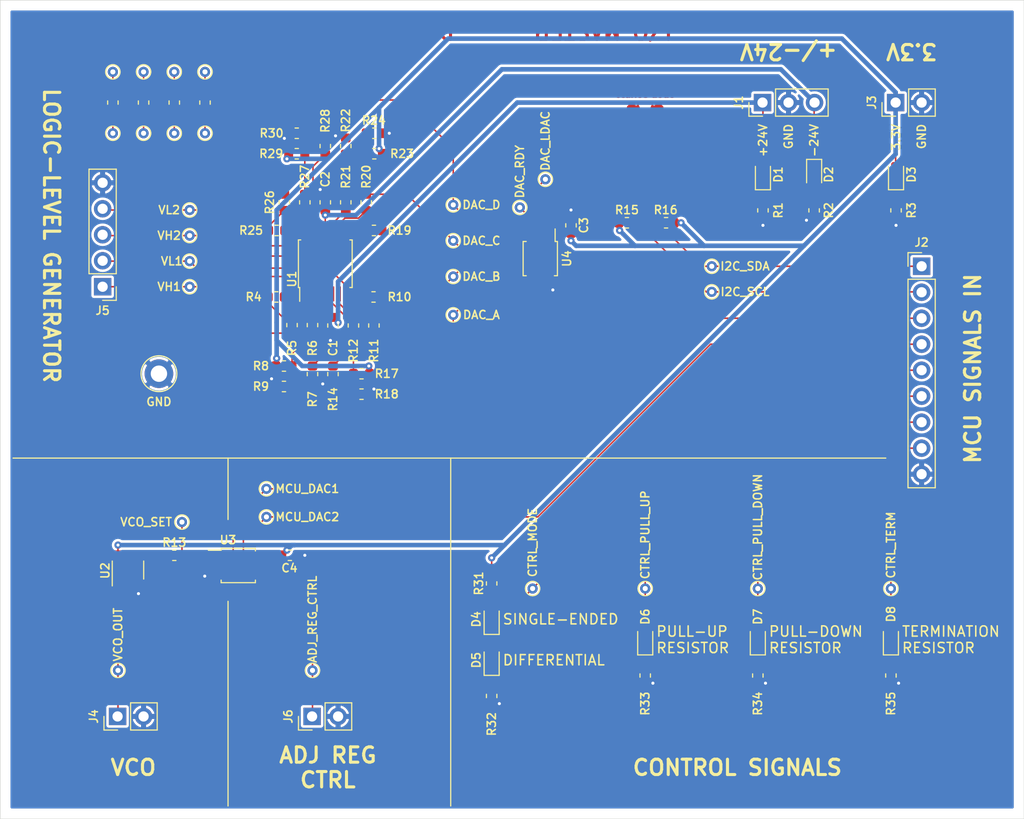
<source format=kicad_pcb>
(kicad_pcb (version 20171130) (host pcbnew 5.1.4)
  (title_block (title "DEVICE CONFIG DEMO BOARD") (date 2019-11-06))
  (layers (0 F.Cu signal) (31 B.Cu signal) (35 F.Paste user) (37 F.SilkS user) (38 B.Mask user) (39 F.Mask user) (44 Edge.Cuts user))
  (net 0 "")
  (net 1 +24V)
  (net 2 GND)
  (net 3 -24V)
  (net 4 +3V3)
  (net 5 "Net-(D1-Pad1)")
  (net 6 "Net-(D3-Pad1)")
  (net 7 /CTRL_MODE)
  (net 8 "Net-(D5-Pad1)")
  (net 9 /CTRL_PULL_UP)
  (net 10 "Net-(D6-Pad1)")
  (net 11 /CTRL_PULL_DOWN)
  (net 12 "Net-(D7-Pad1)")
  (net 13 "Net-(D8-Pad1)")
  (net 14 /CTRL_TERM)
  (net 15 /I2C_SDA)
  (net 16 /I2C_SCL)
  (net 17 /MCU_DAC1)
  (net 18 /MCU_DAC2)
  (net 19 /VCO_OUT)
  (net 20 /VH1)
  (net 21 /VL1)
  (net 22 /VH2)
  (net 23 /VL2)
  (net 24 /ADJ_REG_CTRL)
  (net 25 "Net-(R4-Pad2)")
  (net 26 "Net-(R5-Pad2)")
  (net 27 "Net-(R6-Pad1)")
  (net 28 "Net-(R6-Pad2)")
  (net 29 "Net-(R10-Pad2)")
  (net 30 "Net-(R11-Pad2)")
  (net 31 "Net-(R12-Pad1)")
  (net 32 "Net-(R12-Pad2)")
  (net 33 "Net-(R13-Pad2)")
  (net 34 "Net-(R13-Pad1)")
  (net 35 "Net-(R19-Pad2)")
  (net 36 "Net-(R20-Pad2)")
  (net 37 "Net-(R21-Pad1)")
  (net 38 "Net-(R21-Pad2)")
  (net 39 "Net-(R25-Pad2)")
  (net 40 "Net-(R26-Pad2)")
  (net 41 "Net-(R27-Pad2)")
  (net 42 "Net-(R27-Pad1)")
  (net 43 "Net-(R36-Pad2)")
  (net 44 "Net-(R36-Pad1)")
  (net 45 "Net-(R37-Pad2)")
  (net 46 "Net-(R37-Pad1)")
  (net 47 "Net-(R38-Pad1)")
  (net 48 "Net-(R38-Pad2)")
  (net 49 "Net-(R39-Pad2)")
  (net 50 "Net-(R39-Pad1)")
  (net 51 "Net-(TP12-Pad1)")
  (net 52 "Net-(TP13-Pad1)")
  (net 53 "Net-(U2-Pad5)")
  (net 54 "Net-(D4-Pad2)")
  (net 55 "Net-(D2-Pad2)")
  (module Symbol:OSHW-Logo_5.7x6mm_Copper (layer F.Cu) (at 263 151 180)
    (fp_text reference REF** hide)
    (fp_text value OSHW-Logo_5.7x6mm_Copper hide)
    (fp_poly (pts (xy 0.376964 -2.709982) (xy 0.433812 -2.40843) (xy 0.853338 -2.235488) (xy 1.104984 -2.406605) (xy 1.175458 -2.45425) (xy 1.239163 -2.49679) (xy 1.293126 -2.532285) (xy 1.334373 -2.55879) (xy 1.359934 -2.574364) (xy 1.366895 -2.577722) (xy 1.379435 -2.569086) (xy 1.406231 -2.545208) (xy 1.44428 -2.509141) (xy 1.490579 -2.463933) (xy 1.542123 -2.412636) (xy 1.595909 -2.358299) (xy 1.648935 -2.303972) (xy 1.698195 -2.252705) (xy 1.740687 -2.207549) (xy 1.773407 -2.171554) (xy 1.793351 -2.14777) (xy 1.798119 -2.13981) (xy 1.791257 -2.125135) (xy 1.77202 -2.092986) (xy 1.74243 -2.046508) (xy 1.70451 -1.988844) (xy 1.660282 -1.92314) (xy 1.634654 -1.885664) (xy 1.587941 -1.817232) (xy 1.546432 -1.75548) (xy 1.51214 -1.703481) (xy 1.48708 -1.664308) (xy 1.473264 -1.641035) (xy 1.471188 -1.636145) (xy 1.475895 -1.622245) (xy 1.488723 -1.58985) (xy 1.507738 -1.543515) (xy 1.531003 -1.487794) (xy 1.556584 -1.427242) (xy 1.582545 -1.366414) (xy 1.60695 -1.309864) (xy 1.627863 -1.262148) (xy 1.643349 -1.227819) (xy 1.651472 -1.211432) (xy 1.651952 -1.210788) (xy 1.664707 -1.207659) (xy 1.698677 -1.200679) (xy 1.75034 -1.190533) (xy 1.816176 -1.177908) (xy 1.892664 -1.163491) (xy 1.93729 -1.155177) (xy 2.019021 -1.139616) (xy 2.092843 -1.124808) (xy 2.155021 -1.111564) (xy 2.201822 -1.100695) (xy 2.229509 -1.093011) (xy 2.235074 -1.090573) (xy 2.240526 -1.07407) (xy 2.244924 -1.0368) (xy 2.248272 -0.98312) (xy 2.250574 -0.917388) (xy 2.251832 -0.843963) (xy 2.252048 -0.767204) (xy 2.251227 -0.691468) (xy 2.249371 -0.621114) (xy 2.246482 -0.5605) (xy 2.242565 -0.513984) (xy 2.237622 -0.485925) (xy 2.234657 -0.480084) (xy 2.216934 -0.473083) (xy 2.179381 -0.463073) (xy 2.126964 -0.451231) (xy 2.064652 -0.438733) (xy 2.0429 -0.43469) (xy 1.938024 -0.41548) (xy 1.85518 -0.400009) (xy 1.79163 -0.387663) (xy 1.744637 -0.377827) (xy 1.711463 -0.369886) (xy 1.689371 -0.363224) (xy 1.675624 -0.357227) (xy 1.667484 -0.351281) (xy 1.666345 -0.350106) (xy 1.654977 -0.331174) (xy 1.637635 -0.294331) (xy 1.61605 -0.244087) (xy 1.591954 -0.184954) (xy 1.567079 -0.121444) (xy 1.543157 -0.058068) (xy 1.521919 0.000662) (xy 1.505097 0.050235) (xy 1.494422 0.086139) (xy 1.491627 0.103862) (xy 1.49186 0.104483) (xy 1.501331 0.11897) (xy 1.522818 0.150844) (xy 1.554063 0.196789) (xy 1.592807 0.253485) (xy 1.636793 0.317617) (xy 1.649319 0.335842) (xy 1.693984 0.401914) (xy 1.733288 0.4622) (xy 1.765088 0.513235) (xy 1.787245 0.55156) (xy 1.797617 0.573711) (xy 1.798119 0.576432) (xy 1.789405 0.590736) (xy 1.765325 0.619072) (xy 1.728976 0.658396) (xy 1.683453 0.705661) (xy 1.631852 0.757823) (xy 1.577267 0.811835) (xy 1.522794 0.864653) (xy 1.471529 0.913231) (xy 1.426567 0.954523) (xy 1.391004 0.985485) (xy 1.367935 1.00307) (xy 1.361554 1.005941) (xy 1.346699 0.999178) (xy 1.316286 0.980939) (xy 1.275268 0.954297) (xy 1.243709 0.932852) (xy 1.186525 0.893503) (xy 1.118806 0.847171) (xy 1.05088 0.800913) (xy 1.014361 0.776155) (xy 0.890752 0.692547) (xy 0.786991 0.74865) (xy 0.73972 0.773228) (xy 0.699523 0.792331) (xy 0.672326 0.803227) (xy 0.665402 0.804743) (xy 0.657077 0.793549) (xy 0.640654 0.761917) (xy 0.617357 0.712765) (xy 0.588414 0.64901) (xy 0.55505 0.573571) (xy 0.518491 0.489364) (xy 0.479964 0.399308) (xy 0.440694 0.306321) (xy 0.401908 0.21332) (xy 0.36483 0.123223) (xy 0.330689 0.038948) (xy 0.300708 -0.036587) (xy 0.276116 -0.100466) (xy 0.258136 -0.149769) (xy 0.247997 -0.181579) (xy 0.246366 -0.192504) (xy 0.259291 -0.206439) (xy 0.287589 -0.22906) (xy 0.325346 -0.255667) (xy 0.328515 -0.257772) (xy 0.4261 -0.335886) (xy 0.504786 -0.427018) (xy 0.563891 -0.528255) (xy 0.602732 -0.636682) (xy 0.620628 -0.749386) (xy 0.616897 -0.863452) (xy 0.590857 -0.975966) (xy 0.541825 -1.084015) (xy 0.5274 -1.107655) (xy 0.452369 -1.203113) (xy 0.36373 -1.279768) (xy 0.264549 -1.33722) (xy 0.157895 -1.375071) (xy 0.046836 -1.392922) (xy -0.065561 -1.390375) (xy -0.176227 -1.36703) (xy -0.282094 -1.32249) (xy -0.380095 -1.256355) (xy -0.41041 -1.229513) (xy -0.487562 -1.145488) (xy -0.543782 -1.057034) (xy -0.582347 -0.957885) (xy -0.603826 -0.859697) (xy -0.609128 -0.749303) (xy -0.591448 -0.63836) (xy -0.552581 -0.530619) (xy -0.494323 -0.429831) (xy -0.418469 -0.339744) (xy -0.326817 -0.264108) (xy -0.314772 -0.256136) (xy -0.276611 -0.230026) (xy -0.247601 -0.207405) (xy -0.233732 -0.192961) (xy -0.233531 -0.192504) (xy -0.236508 -0.176879) (xy -0.248311 -0.141418) (xy -0.267714 -0.089038) (xy -0.293488 -0.022655) (xy -0.324409 0.054814) (xy -0.359249 0.14045) (xy -0.396783 0.231337) (xy -0.435783 0.324559) (xy -0.475023 0.417197) (xy -0.513276 0.506335) (xy -0.549317 0.589055) (xy -0.581917 0.662441) (xy -0.609852 0.723575) (xy -0.631895 0.769541) (xy -0.646818 0.797421) (xy -0.652828 0.804743) (xy -0.671191 0.799041) (xy -0.705552 0.783749) (xy -0.749984 0.761599) (xy -0.774417 0.74865) (xy -0.878178 0.692547) (xy -1.001787 0.776155) (xy -1.064886 0.818987) (xy -1.13397 0.866122) (xy -1.198707 0.910503) (xy -1.231134 0.932852) (xy -1.276741 0.963477) (xy -1.31536 0.987747) (xy -1.341952 1.002587) (xy -1.35059 1.005724) (xy -1.363161 0.997261) (xy -1.390984 0.973636) (xy -1.431361 0.937302) (xy -1.481595 0.890711) (xy -1.538988 0.836317) (xy -1.575286 0.801392) (xy -1.63879 0.738996) (xy -1.693673 0.683188) (xy -1.737714 0.636354) (xy -1.768695 0.600882) (xy -1.784398 0.579161) (xy -1.785905 0.574752) (xy -1.778914 0.557985) (xy -1.759594 0.524082) (xy -1.730091 0.476476) (xy -1.692545 0.418599) (xy -1.6491 0.353884) (xy -1.636745 0.335842) (xy -1.591727 0.270267) (xy -1.55134 0.211228) (xy -1.51784 0.162042) (xy -1.493486 0.126028) (xy -1.480536 0.106502) (xy -1.479285 0.104483) (xy -1.481156 0.088922) (xy -1.491087 0.054709) (xy -1.507347 0.006355) (xy -1.528205 -0.051629) (xy -1.551927 -0.11473) (xy -1.576784 -0.178437) (xy -1.601042 -0.238239) (xy -1.622971 -0.289624) (xy -1.640838 -0.328081) (xy -1.652913 -0.349098) (xy -1.653771 -0.350106) (xy -1.661154 -0.356112) (xy -1.673625 -0.362052) (xy -1.69392 -0.36854) (xy -1.724778 -0.376191) (xy -1.768934 -0.38562) (xy -1.829126 -0.397441) (xy -1.908093 -0.412271) (xy -2.00857 -0.430723) (xy -2.030325 -0.43469) (xy -2.094802 -0.447147) (xy -2.151011 -0.459334) (xy -2.193987 -0.470074) (xy -2.21876 -0.478191) (xy -2.222082 -0.480084) (xy -2.227556 -0.496862) (xy -2.232006 -0.534355) (xy -2.235428 -0.588206) (xy -2.237819 -0.654056) (xy -2.239177 -0.727547) (xy -2.239499 -0.80432) (xy -2.238781 -0.880017) (xy -2.237021 -0.95028) (xy -2.234216 -1.01075) (xy -2.230362 -1.05707) (xy -2.225457 -1.084881) (xy -2.2225 -1.090573) (xy -2.206037 -1.096314) (xy -2.168551 -1.105655) (xy -2.113775 -1.117785) (xy -2.045445 -1.131893) (xy -1.967294 -1.14717) (xy -1.924716 -1.155177) (xy -1.843929 -1.170279) (xy -1.771887 -1.18396) (xy -1.712111 -1.195533) (xy -1.668121 -1.204313) (xy -1.643439 -1.209613) (xy -1.639377 -1.210788) (xy -1.632511 -1.224035) (xy -1.617998 -1.255943) (xy -1.597771 -1.301953) (xy -1.573766 -1.357508) (xy -1.547918 -1.418047) (xy -1.52216 -1.479014) (xy -1.498427 -1.535849) (xy -1.478654 -1.583994) (xy -1.464776 -1.61889) (xy -1.458726 -1.635979) (xy -1.458614 -1.636726) (xy -1.465472 -1.650207) (xy -1.484698 -1.68123) (xy -1.514272 -1.726711) (xy -1.552173 -1.783568) (xy -1.59638 -1.848717) (xy -1.622079 -1.886138) (xy -1.668907 -1.954753) (xy -1.710499 -2.017048) (xy -1.744825 -2.069871) (xy -1.769857 -2.110073) (xy -1.783565 -2.1345) (xy -1.785544 -2.139976) (xy -1.777034 -2.152722) (xy -1.753507 -2.179937) (xy -1.717968 -2.218572) (xy -1.673423 -2.265577) (xy -1.622877 -2.317905) (xy -1.569336 -2.372505) (xy -1.515805 -2.42633) (xy -1.465289 -2.47633) (xy -1.420794 -2.519457) (xy -1.385325 -2.552661) (xy -1.361887 -2.572894) (xy -1.354046 -2.577722) (xy -1.34128 -2.570933) (xy -1.310744 -2.551858) (xy -1.26541 -2.522439) (xy -1.208244 -2.484619) (xy -1.142216 -2.440339) (xy -1.09241 -2.406605) (xy -0.840764 -2.235488) (xy -0.631001 -2.321959) (xy -0.421237 -2.40843) (xy -0.364389 -2.709982) (xy -0.30754 -3.011534) (xy 0.320115 -3.011534) (xy 0.376964 -2.709982)) (layer F.Cu) (width 0.01))
    (fp_poly (pts (xy 1.79946 1.45803) (xy 1.842711 1.471245) (xy 1.870558 1.487941) (xy 1.879629 1.501145) (xy 1.877132 1.516797) (xy 1.860931 1.541385) (xy 1.847232 1.5588) (xy 1.818992 1.590283) (xy 1.797775 1.603529) (xy 1.779688 1.602664) (xy 1.726035 1.58901) (xy 1.68663 1.58963) (xy 1.654632 1.605104) (xy 1.64389 1.614161) (xy 1.609505 1.646027) (xy 1.609505 2.062179) (xy 1.471188 2.062179) (xy 1.471188 1.458614) (xy 1.540347 1.458614) (xy 1.581869 1.460256) (xy 1.603291 1.466087) (xy 1.609502 1.477461) (xy 1.609505 1.477798) (xy 1.612439 1.489713) (xy 1.625704 1.488159) (xy 1.644084 1.479563) (xy 1.682046 1.463568) (xy 1.712872 1.453945) (xy 1.752536 1.451478) (xy 1.79946 1.45803)) (layer F.Cu) (width 0.01))
    (fp_poly (pts (xy -0.754012 1.469002) (xy -0.722717 1.48395) (xy -0.692409 1.505541) (xy -0.669318 1.530391) (xy -0.6525 1.562087) (xy -0.641006 1.604214) (xy -0.633891 1.660358) (xy -0.630207 1.734106) (xy -0.629008 1.829044) (xy -0.628989 1.838985) (xy -0.628713 2.062179) (xy -0.76703 2.062179) (xy -0.76703 1.856418) (xy -0.767128 1.780189) (xy -0.767809 1.724939) (xy -0.769651 1.686501) (xy -0.773233 1.660706) (xy -0.779132 1.643384) (xy -0.787927 1.630368) (xy -0.80018 1.617507) (xy -0.843047 1.589873) (xy -0.889843 1.584745) (xy -0.934424 1.602217) (xy -0.949928 1.615221) (xy -0.96131 1.627447) (xy -0.969481 1.64054) (xy -0.974974 1.658615) (xy -0.97832 1.685787) (xy -0.980051 1.72617) (xy -0.980697 1.783879) (xy -0.980792 1.854132) (xy -0.980792 2.062179) (xy -1.119109 2.062179) (xy -1.119109 1.458614) (xy -1.04995 1.458614) (xy -1.008428 1.460256) (xy -0.987006 1.466087) (xy -0.980795 1.477461) (xy -0.980792 1.477798) (xy -0.97791 1.488938) (xy -0.965199 1.487674) (xy -0.939926 1.475434) (xy -0.882605 1.457424) (xy -0.817037 1.455421) (xy -0.754012 1.469002)) (layer F.Cu) (width 0.01))
    (fp_poly (pts (xy 2.677898 1.456457) (xy 2.710096 1.464279) (xy 2.771825 1.492921) (xy 2.82461 1.536667) (xy 2.861141 1.589117) (xy 2.86616 1.600893) (xy 2.873045 1.63174) (xy 2.877864 1.677371) (xy 2.879505 1.723492) (xy 2.879505 1.810693) (xy 2.697178 1.810693) (xy 2.621979 1.810978) (xy 2.569003 1.812704) (xy 2.535325 1.817181) (xy 2.51802 1.82572) (xy 2.514163 1.83963) (xy 2.520829 1.860222) (xy 2.53277 1.884315) (xy 2.56608 1.924525) (xy 2.612368 1.944558) (xy 2.668944 1.943905) (xy 2.733031 1.922101) (xy 2.788417 1.895193) (xy 2.834375 1.931532) (xy 2.880333 1.967872) (xy 2.837096 2.007819) (xy 2.779374 2.045563) (xy 2.708386 2.06832) (xy 2.632029 2.074688) (xy 2.558199 2.063268) (xy 2.546287 2.059393) (xy 2.481399 2.025506) (xy 2.43313 1.974986) (xy 2.400465 1.906325) (xy 2.382385 1.818014) (xy 2.382175 1.816121) (xy 2.380556 1.719878) (xy 2.3871 1.685542) (xy 2.514852 1.685542) (xy 2.526584 1.690822) (xy 2.558438 1.694867) (xy 2.605397 1.697176) (xy 2.635154 1.697525) (xy 2.690648 1.697306) (xy 2.725346 1.695916) (xy 2.743601 1.692251) (xy 2.749766 1.68521) (xy 2.748195 1.67369) (xy 2.746878 1.669233) (xy 2.724382 1.627355) (xy 2.689003 1.593604) (xy 2.65778 1.578773) (xy 2.616301 1.579668) (xy 2.574269 1.598164) (xy 2.539012 1.628786) (xy 2.517854 1.666062) (xy 2.514852 1.685542) (xy 2.3871 1.685542) (xy 2.39669 1.635229) (xy 2.428698 1.564191) (xy 2.474701 1.508779) (xy 2.532821 1.471009) (xy 2.60118 1.452896) (xy 2.677898 1.456457)) (layer F.Cu) (width 0.01))
    (fp_poly (pts (xy 2.217226 1.46388) (xy 2.29008 1.49483) (xy 2.313027 1.509895) (xy 2.342354 1.533048) (xy 2.360764 1.551253) (xy 2.363961 1.557183) (xy 2.354935 1.57034) (xy 2.331837 1.592667) (xy 2.313344 1.60825) (xy 2.262728 1.648926) (xy 2.22276 1.615295) (xy 2.191874 1.593584) (xy 2.161759 1.58609) (xy 2.127292 1.58792) (xy 2.072561 1.601528) (xy 2.034886 1.629772) (xy 2.011991 1.675433) (xy 2.001597 1.741289) (xy 2.001595 1.741331) (xy 2.002494 1.814939) (xy 2.016463 1.868946) (xy 2.044328 1.905716) (xy 2.063325 1.918168) (xy 2.113776 1.933673) (xy 2.167663 1.933683) (xy 2.214546 1.918638) (xy 2.225644 1.911287) (xy 2.253476 1.892511) (xy 2.275236 1.889434) (xy 2.298704 1.903409) (xy 2.324649 1.92851) (xy 2.365716 1.97088) (xy 2.320121 2.008464) (xy 2.249674 2.050882) (xy 2.170233 2.071785) (xy 2.087215 2.070272) (xy 2.032694 2.056411) (xy 1.96897 2.022135) (xy 1.918005 1.968212) (xy 1.894851 1.930149) (xy 1.876099 1.875536) (xy 1.866715 1.806369) (xy 1.866643 1.731407) (xy 1.875824 1.659409) (xy 1.894199 1.599137) (xy 1.897093 1.592958) (xy 1.939952 1.532351) (xy 1.997979 1.488224) (xy 2.066591 1.461493) (xy 2.141201 1.453073) (xy 2.217226 1.46388)) (layer F.Cu) (width 0.01))
    (fp_poly (pts (xy 0.993367 1.654342) (xy 0.994555 1.746563) (xy 0.998897 1.81661) (xy 1.007558 1.867381) (xy 1.021704 1.901772) (xy 1.0425 1.922679) (xy 1.07111 1.933) (xy 1.106535 1.935636) (xy 1.143636 1.932682) (xy 1.171818 1.921889) (xy 1.192243 1.90036) (xy 1.206079 1.865199) (xy 1.214491 1.81351) (xy 1.218643 1.742394) (xy 1.219703 1.654342) (xy 1.219703 1.458614) (xy 1.35802 1.458614) (xy 1.35802 2.062179) (xy 1.288862 2.062179) (xy 1.24717 2.060489) (xy 1.225701 2.054556) (xy 1.219703 2.043293) (xy 1.216091 2.033261) (xy 1.201714 2.035383) (xy 1.172736 2.04958) (xy 1.106319 2.07148) (xy 1.035875 2.069928) (xy 0.968377 2.046147) (xy 0.936233 2.027362) (xy 0.911715 2.007022) (xy 0.893804 1.981573) (xy 0.881479 1.947458) (xy 0.873723 1.901121) (xy 0.869516 1.839007) (xy 0.86784 1.757561) (xy 0.867624 1.694578) (xy 0.867624 1.458614) (xy 0.993367 1.458614) (xy 0.993367 1.654342)) (layer F.Cu) (width 0.01))
    (fp_poly (pts (xy 0.610762 1.466055) (xy 0.674363 1.500692) (xy 0.724123 1.555372) (xy 0.747568 1.599842) (xy 0.757634 1.639121) (xy 0.764156 1.695116) (xy 0.766951 1.759621) (xy 0.765836 1.824429) (xy 0.760626 1.881334) (xy 0.754541 1.911727) (xy 0.734014 1.953306) (xy 0.698463 1.997468) (xy 0.655619 2.036087) (xy 0.613211 2.061034) (xy 0.612177 2.06143) (xy 0.559553 2.072331) (xy 0.497188 2.072601) (xy 0.437924 2.062676) (xy 0.41504 2.054722) (xy 0.356102 2.0213) (xy 0.31389 1.977511) (xy 0.286156 1.919538) (xy 0.270651 1.843565) (xy 0.267143 1.803771) (xy 0.26759 1.753766) (xy 0.402376 1.753766) (xy 0.406917 1.826732) (xy 0.419986 1.882334) (xy 0.440756 1.917861) (xy 0.455552 1.92802) (xy 0.493464 1.935104) (xy 0.538527 1.933007) (xy 0.577487 1.922812) (xy 0.587704 1.917204) (xy 0.614659 1.884538) (xy 0.632451 1.834545) (xy 0.640024 1.773705) (xy 0.636325 1.708497) (xy 0.628057 1.669253) (xy 0.60432 1.623805) (xy 0.566849 1.595396) (xy 0.52172 1.585573) (xy 0.475011 1.595887) (xy 0.439132 1.621112) (xy 0.420277 1.641925) (xy 0.409272 1.662439) (xy 0.404026 1.690203) (xy 0.402449 1.732762) (xy 0.402376 1.753766) (xy 0.26759 1.753766) (xy 0.268094 1.69758) (xy 0.285388 1.610501) (xy 0.319029 1.54253) (xy 0.369018 1.493664) (xy 0.435356 1.463899) (xy 0.449601 1.460448) (xy 0.53521 1.452345) (xy 0.610762 1.466055)) (layer F.Cu) (width 0.01))
    (fp_poly (pts (xy 0.014017 1.456452) (xy 0.061634 1.465482) (xy 0.111034 1.48437) (xy 0.116312 1.486777) (xy 0.153774 1.506476) (xy 0.179717 1.524781) (xy 0.188103 1.536508) (xy 0.180117 1.555632) (xy 0.16072 1.58385) (xy 0.15211 1.594384) (xy 0.116628 1.635847) (xy 0.070885 1.608858) (xy 0.02735 1.590878) (xy -0.02295 1.581267) (xy -0.071188 1.58066) (xy -0.108533 1.589691) (xy -0.117495 1.595327) (xy -0.134563 1.621171) (xy -0.136637 1.650941) (xy -0.123866 1.674197) (xy -0.116312 1.678708) (xy -0.093675 1.684309) (xy -0.053885 1.690892) (xy -0.004834 1.697183) (xy 0.004215 1.69817) (xy 0.082996 1.711798) (xy 0.140136 1.734946) (xy 0.17803 1.769752) (xy 0.199079 1.818354) (xy 0.205635 1.877718) (xy 0.196577 1.945198) (xy 0.167164 1.998188) (xy 0.117278 2.036783) (xy 0.0468 2.061081) (xy -0.031435 2.070667) (xy -0.095234 2.070552) (xy -0.146984 2.061845) (xy -0.182327 2.049825) (xy -0.226983 2.02888) (xy -0.268253 2.004574) (xy -0.282921 1.993876) (xy -0.320643 1.963084) (xy -0.275148 1.917049) (xy -0.229653 1.871013) (xy -0.177928 1.905243) (xy -0.126048 1.930952) (xy -0.070649 1.944399) (xy -0.017395 1.945818) (xy 0.028049 1.935443) (xy 0.060016 1.913507) (xy 0.070338 1.894998) (xy 0.068789 1.865314) (xy 0.04314 1.842615) (xy -0.00654 1.82694) (xy -0.060969 1.819695) (xy -0.144736 1.805873) (xy -0.206967 1.779796) (xy -0.248493 1.740699) (xy -0.270147 1.68782) (xy -0.273147 1.625126) (xy -0.258329 1.559642) (xy -0.224546 1.510144) (xy -0.171495 1.476408) (xy -0.098874 1.458207) (xy -0.045072 1.454639) (xy 0.014017 1.456452)) (layer F.Cu) (width 0.01))
    (fp_poly (pts (xy -1.356699 1.472614) (xy -1.344168 1.478514) (xy -1.300799 1.510283) (xy -1.25979 1.556646) (xy -1.229168 1.607696) (xy -1.220459 1.631166) (xy -1.212512 1.673091) (xy -1.207774 1.723757) (xy -1.207199 1.744679) (xy -1.207129 1.810693) (xy -1.587083 1.810693) (xy -1.578983 1.845273) (xy -1.559104 1.88617) (xy -1.524347 1.921514) (xy -1.482998 1.944282) (xy -1.456649 1.94901) (xy -1.420916 1.943273) (xy -1.378282 1.928882) (xy -1.363799 1.922262) (xy -1.31024 1.895513) (xy -1.264533 1.930376) (xy -1.238158 1.953955) (xy -1.224124 1.973417) (xy -1.223414 1.979129) (xy -1.235951 1.992973) (xy -1.263428 2.014012) (xy -1.288366 2.030425) (xy -1.355664 2.05993) (xy -1.43111 2.073284) (xy -1.505888 2.069812) (xy -1.565495 2.051663) (xy -1.626941 2.012784) (xy -1.670608 1.961595) (xy -1.697926 1.895367) (xy -1.710322 1.811371) (xy -1.711421 1.772936) (xy -1.707022 1.684861) (xy -1.706482 1.682299) (xy -1.580582 1.682299) (xy -1.577115 1.690558) (xy -1.562863 1.695113) (xy -1.53347 1.697065) (xy -1.484575 1.697517) (xy -1.465748 1.697525) (xy -1.408467 1.696843) (xy -1.372141 1.694364) (xy -1.352604 1.689443) (xy -1.34569 1.681434) (xy -1.345445 1.678862) (xy -1.353336 1.658423) (xy -1.373085 1.629789) (xy -1.381575 1.619763) (xy -1.413094 1.591408) (xy -1.445949 1.580259) (xy -1.463651 1.579327) (xy -1.511539 1.590981) (xy -1.551699 1.622285) (xy -1.577173 1.667752) (xy -1.577625 1.669233) (xy -1.580582 1.682299) (xy -1.706482 1.682299) (xy -1.692392 1.61551) (xy -1.666038 1.560025) (xy -1.633807 1.520639) (xy -1.574217 1.477931) (xy -1.504168 1.455109) (xy -1.429661 1.453046) (xy -1.356699 1.472614)) (layer F.Cu) (width 0.01))
    (fp_poly (pts (xy -2.538261 1.465148) (xy -2.472479 1.494231) (xy -2.42254 1.542793) (xy -2.388374 1.610908) (xy -2.369907 1.698651) (xy -2.368583 1.712351) (xy -2.367546 1.808939) (xy -2.380993 1.893602) (xy -2.408108 1.962221) (xy -2.422627 1.984294) (xy -2.473201 2.031011) (xy -2.537609 2.061268) (xy -2.609666 2.073824) (xy -2.683185 2.067439) (xy -2.739072 2.047772) (xy -2.787132 2.014629) (xy -2.826412 1.971175) (xy -2.827092 1.970158) (xy -2.843044 1.943338) (xy -2.85341 1.916368) (xy -2.859688 1.882332) (xy -2.863373 1.83431) (xy -2.864997 1.794931) (xy -2.865672 1.759219) (xy -2.739955 1.759219) (xy -2.738726 1.79477) (xy -2.734266 1.842094) (xy -2.726397 1.872465) (xy -2.712207 1.894072) (xy -2.698917 1.906694) (xy -2.651802 1.933122) (xy -2.602505 1.936653) (xy -2.556593 1.917639) (xy -2.533638 1.896331) (xy -2.517096 1.874859) (xy -2.507421 1.854313) (xy -2.503174 1.827574) (xy -2.50292 1.787523) (xy -2.504228 1.750638) (xy -2.507043 1.697947) (xy -2.511505 1.663772) (xy -2.519548 1.64148) (xy -2.533103 1.624442) (xy -2.543845 1.614703) (xy -2.588777 1.589123) (xy -2.637249 1.587847) (xy -2.677894 1.602999) (xy -2.712567 1.634642) (xy -2.733224 1.68662) (xy -2.739955 1.759219) (xy -2.865672 1.759219) (xy -2.866479 1.716621) (xy -2.863948 1.658056) (xy -2.856362 1.614007) (xy -2.842681 1.579248) (xy -2.821865 1.548551) (xy -2.814147 1.539436) (xy -2.765889 1.494021) (xy -2.714128 1.467493) (xy -2.650828 1.456379) (xy -2.619961 1.455471) (xy -2.538261 1.465148)) (layer F.Cu) (width 0.01))
    (fp_poly (pts (xy 2.032581 2.40497) (xy 2.092685 2.420597) (xy 2.143021 2.452848) (xy 2.167393 2.47694) (xy 2.207345 2.533895) (xy 2.230242 2.599965) (xy 2.238108 2.681182) (xy 2.238148 2.687748) (xy 2.238218 2.753763) (xy 1.858264 2.753763) (xy 1.866363 2.788342) (xy 1.880987 2.819659) (xy 1.906581 2.852291) (xy 1.911935 2.8575) (xy 1.957943 2.885694) (xy 2.01041 2.890475) (xy 2.070803 2.871926) (xy 2.08104 2.866931) (xy 2.112439 2.851745) (xy 2.13347 2.843094) (xy 2.137139 2.842293) (xy 2.149948 2.850063) (xy 2.174378 2.869072) (xy 2.186779 2.87946) (xy 2.212476 2.903321) (xy 2.220915 2.919077) (xy 2.215058 2.933571) (xy 2.211928 2.937534) (xy 2.190725 2.954879) (xy 2.155738 2.975959) (xy 2.131337 2.988265) (xy 2.062072 3.009946) (xy 1.985388 3.016971) (xy 1.912765 3.008647) (xy 1.892426 3.002686) (xy 1.829476 2.968952) (xy 1.782815 2.917045) (xy 1.752173 2.846459) (xy 1.737282 2.756692) (xy 1.735647 2.709753) (xy 1.740421 2.641413) (xy 1.86099 2.641413) (xy 1.872652 2.646465) (xy 1.903998 2.650429) (xy 1.949571 2.652768) (xy 1.980446 2.653169) (xy 2.035981 2.652783) (xy 2.071033 2.650975) (xy 2.090262 2.646773) (xy 2.09833 2.639203) (xy 2.099901 2.628218) (xy 2.089121 2.594381) (xy 2.06198 2.56094) (xy 2.026277 2.535272) (xy 1.99056 2.524772) (xy 1.942048 2.534086) (xy 1.900053 2.561013) (xy 1.870936 2.599827) (xy 1.86099 2.641413) (xy 1.740421 2.641413) (xy 1.742599 2.610236) (xy 1.764055 2.530949) (xy 1.80047 2.471263) (xy 1.852297 2.430549) (xy 1.91999 2.408179) (xy 1.956662 2.403871) (xy 2.032581 2.40497)) (layer F.Cu) (width 0.01))
    (fp_poly (pts (xy 1.635255 2.401486) (xy 1.683595 2.411015) (xy 1.711114 2.425125) (xy 1.740064 2.448568) (xy 1.698876 2.500571) (xy 1.673482 2.532064) (xy 1.656238 2.547428) (xy 1.639102 2.549776) (xy 1.614027 2.542217) (xy 1.602257 2.537941) (xy 1.55427 2.531631) (xy 1.510324 2.545156) (xy 1.47806 2.57571) (xy 1.472819 2.585452) (xy 1.467112 2.611258) (xy 1.462706 2.658817) (xy 1.459811 2.724758) (xy 1.458631 2.80571) (xy 1.458614 2.817226) (xy 1.458614 3.017822) (xy 1.320297 3.017822) (xy 1.320297 2.401683) (xy 1.389456 2.401683) (xy 1.429333 2.402725) (xy 1.450107 2.407358) (xy 1.457789 2.417849) (xy 1.458614 2.427745) (xy 1.458614 2.453806) (xy 1.491745 2.427745) (xy 1.529735 2.409965) (xy 1.58077 2.401174) (xy 1.635255 2.401486)) (layer F.Cu) (width 0.01))
    (fp_poly (pts (xy 1.038411 2.405417) (xy 1.091411 2.41829) (xy 1.106731 2.42511) (xy 1.136428 2.442974) (xy 1.15922 2.463093) (xy 1.176083 2.488962) (xy 1.187998 2.524073) (xy 1.195942 2.57192) (xy 1.200894 2.635996) (xy 1.203831 2.719794) (xy 1.204947 2.775768) (xy 1.209052 3.017822) (xy 1.138932 3.017822) (xy 1.096393 3.016038) (xy 1.074476 3.009942) (xy 1.068812 2.999706) (xy 1.065821 2.988637) (xy 1.052451 2.990754) (xy 1.034233 2.999629) (xy 0.988624 3.013233) (xy 0.930007 3.016899) (xy 0.868354 3.010903) (xy 0.813638 2.995521) (xy 0.80873 2.993386) (xy 0.758723 2.958255) (xy 0.725756 2.909419) (xy 0.710587 2.852333) (xy 0.711746 2.831824) (xy 0.835508 2.831824) (xy 0.846413 2.859425) (xy 0.878745 2.879204) (xy 0.93091 2.889819) (xy 0.958787 2.891228) (xy 1.005247 2.88762) (xy 1.036129 2.873597) (xy 1.043664 2.866931) (xy 1.064076 2.830666) (xy 1.068812 2.797773) (xy 1.068812 2.753763) (xy 1.007513 2.753763) (xy 0.936256 2.757395) (xy 0.886276 2.768818) (xy 0.854696 2.788824) (xy 0.847626 2.797743) (xy 0.835508 2.831824) (xy 0.711746 2.831824) (xy 0.713971 2.792456) (xy 0.736663 2.735244) (xy 0.767624 2.69658) (xy 0.786376 2.679864) (xy 0.804733 2.668878) (xy 0.828619 2.66218) (xy 0.863957 2.658326) (xy 0.916669 2.655873) (xy 0.937577 2.655168) (xy 1.068812 2.650879) (xy 1.06862 2.611158) (xy 1.063537 2.569405) (xy 1.045162 2.544158) (xy 1.008039 2.52803) (xy 1.007043 2.527742) (xy 0.95441 2.5214) (xy 0.902906 2.529684) (xy 0.86463 2.549827) (xy 0.849272 2.559773) (xy 0.83273 2.558397) (xy 0.807275 2.543987) (xy 0.792328 2.533817) (xy 0.763091 2.512088) (xy 0.74498 2.4958) (xy 0.742074 2.491137) (xy 0.75404 2.467005) (xy 0.789396 2.438185) (xy 0.804753 2.428461) (xy 0.848901 2.411714) (xy 0.908398 2.402227) (xy 0.974487 2.400095) (xy 1.038411 2.405417)) (layer F.Cu) (width 0.01))
    (fp_poly (pts (xy 0.281524 2.404237) (xy 0.331255 2.407971) (xy 0.461291 2.797773) (xy 0.481678 2.728614) (xy 0.493946 2.685874) (xy 0.510085 2.628115) (xy 0.527512 2.564625) (xy 0.536726 2.53057) (xy 0.571388 2.401683) (xy 0.714391 2.401683) (xy 0.671646 2.536857) (xy 0.650596 2.603342) (xy 0.625167 2.683539) (xy 0.59861 2.767193) (xy 0.574902 2.841782) (xy 0.520902 3.011535) (xy 0.462598 3.015328) (xy 0.404295 3.019122) (xy 0.372679 2.914734) (xy 0.353182 2.849889) (xy 0.331904 2.7784) (xy 0.313308 2.715263) (xy 0.312574 2.71275) (xy 0.298684 2.669969) (xy 0.286429 2.640779) (xy 0.277846 2.629741) (xy 0.276082 2.631018) (xy 0.269891 2.64813) (xy 0.258128 2.684787) (xy 0.242225 2.736378) (xy 0.223614 2.798294) (xy 0.213543 2.832352) (xy 0.159007 3.017822) (xy 0.043264 3.017822) (xy -0.049263 2.725471) (xy -0.075256 2.643462) (xy -0.098934 2.568987) (xy -0.11918 2.505544) (xy -0.134874 2.456632) (xy -0.144898 2.425749) (xy -0.147945 2.416726) (xy -0.145533 2.407487) (xy -0.126592 2.403441) (xy -0.087177 2.403846) (xy -0.081007 2.404152) (xy -0.007914 2.407971) (xy 0.039957 2.58401) (xy 0.057553 2.648211) (xy 0.073277 2.704649) (xy 0.085746 2.748422) (xy 0.093574 2.77463) (xy 0.09502 2.778903) (xy 0.101014 2.77399) (xy 0.113101 2.748532) (xy 0.129893 2.705997) (xy 0.150003 2.64985) (xy 0.167003 2.59913) (xy 0.231794 2.400504) (xy 0.281524 2.404237)) (layer F.Cu) (width 0.01))
    (fp_poly (pts (xy -0.201188 3.017822) (xy -0.270346 3.017822) (xy -0.310488 3.016645) (xy -0.331394 3.011772) (xy -0.338922 3.001186) (xy -0.339505 2.994029) (xy -0.340774 2.979676) (xy -0.348779 2.976923) (xy -0.369815 2.985771) (xy -0.386173 2.994029) (xy -0.448977 3.013597) (xy -0.517248 3.014729) (xy -0.572752 3.000135) (xy -0.624438 2.964877) (xy -0.663838 2.912835) (xy -0.685413 2.85145) (xy -0.685962 2.848018) (xy -0.689167 2.810571) (xy -0.690761 2.756813) (xy -0.690633 2.716155) (xy -0.553279 2.716155) (xy -0.550097 2.770194) (xy -0.542859 2.814735) (xy -0.53306 2.839888) (xy -0.495989 2.87426) (xy -0.451974 2.886582) (xy -0.406584 2.876618) (xy -0.367797 2.846895) (xy -0.353108 2.826905) (xy -0.344519 2.80305) (xy -0.340496 2.76823) (xy -0.339505 2.71593) (xy -0.341278 2.664139) (xy -0.345963 2.618634) (xy -0.352603 2.588181) (xy -0.35371 2.585452) (xy -0.380491 2.553) (xy -0.419579 2.535183) (xy -0.463315 2.532306) (xy -0.504038 2.544674) (xy -0.534087 2.572593) (xy -0.537204 2.578148) (xy -0.546961 2.612022) (xy -0.552277 2.660728) (xy -0.553279 2.716155) (xy -0.690633 2.716155) (xy -0.690568 2.69554) (xy -0.689664 2.662563) (xy -0.683514 2.580981) (xy -0.670733 2.51973) (xy -0.649471 2.474449) (xy -0.617878 2.440779) (xy -0.587207 2.421014) (xy -0.544354 2.40712) (xy -0.491056 2.402354) (xy -0.43648 2.406236) (xy -0.389792 2.418282) (xy -0.365124 2.432693) (xy -0.339505 2.455878) (xy -0.339505 2.162773) (xy -0.201188 2.162773) (xy -0.201188 3.017822)) (layer F.Cu) (width 0.01))
    (fp_poly (pts (xy -0.993356 2.40302) (xy -0.974539 2.40866) (xy -0.968473 2.421053) (xy -0.968218 2.426647) (xy -0.967129 2.44223) (xy -0.959632 2.444676) (xy -0.939381 2.433993) (xy -0.927351 2.426694) (xy -0.8894 2.411063) (xy -0.844072 2.403334) (xy -0.796544 2.40274) (xy -0.751995 2.408513) (xy -0.715602 2.419884) (xy -0.692543 2.436088) (xy -0.687996 2.456355) (xy -0.690291 2.461843) (xy -0.70702 2.484626) (xy -0.732963 2.512647) (xy -0.737655 2.517177) (xy -0.762383 2.538005) (xy -0.783718 2.544735) (xy -0.813555 2.540038) (xy -0.825508 2.536917) (xy -0.862705 2.529421) (xy -0.888859 2.532792) (xy -0.910946 2.544681) (xy -0.931178 2.560635) (xy -0.946079 2.5807) (xy -0.956434 2.608702) (xy -0.963029 2.648467) (xy -0.966649 2.703823) (xy -0.968078 2.778594) (xy -0.968218 2.82374) (xy -0.968218 3.017822) (xy -1.09396 3.017822) (xy -1.09396 2.401683) (xy -1.031089 2.401683) (xy -0.993356 2.40302)) (layer F.Cu) (width 0.01))
    (fp_poly (pts (xy -1.38421 2.406555) (xy -1.325055 2.422339) (xy -1.280023 2.450948) (xy -1.248246 2.488419) (xy -1.238366 2.504411) (xy -1.231073 2.521163) (xy -1.225974 2.542592) (xy -1.222679 2.572616) (xy -1.220797 2.615154) (xy -1.219937 2.674122) (xy -1.219707 2.75344) (xy -1.219703 2.774484) (xy -1.219703 3.017822) (xy -1.280059 3.017822) (xy -1.318557 3.015126) (xy -1.347023 3.008295) (xy -1.354155 3.004083) (xy -1.373652 2.996813) (xy -1.393566 3.004083) (xy -1.426353 3.01316) (xy -1.473978 3.016813) (xy -1.526764 3.015228) (xy -1.575036 3.008589) (xy -1.603218 3.000072) (xy -1.657753 2.965063) (xy -1.691835 2.916479) (xy -1.707157 2.851882) (xy -1.707299 2.850223) (xy -1.705955 2.821566) (xy -1.584356 2.821566) (xy -1.573726 2.854161) (xy -1.55641 2.872505) (xy -1.521652 2.886379) (xy -1.475773 2.891917) (xy -1.428988 2.889191) (xy -1.391514 2.878274) (xy -1.381015 2.871269) (xy -1.362668 2.838904) (xy -1.35802 2.802111) (xy -1.35802 2.753763) (xy -1.427582 2.753763) (xy -1.493667 2.75885) (xy -1.543764 2.773263) (xy -1.574929 2.795729) (xy -1.584356 2.821566) (xy -1.705955 2.821566) (xy -1.703987 2.779647) (xy -1.68071 2.723845) (xy -1.636948 2.681647) (xy -1.630899 2.677808) (xy -1.604907 2.665309) (xy -1.572735 2.65774) (xy -1.52776 2.654061) (xy -1.474331 2.653216) (xy -1.35802 2.653169) (xy -1.35802 2.604411) (xy -1.362953 2.566581) (xy -1.375543 2.541236) (xy -1.377017 2.539887) (xy -1.405034 2.5288) (xy -1.447326 2.524503) (xy -1.494064 2.526615) (xy -1.535418 2.534756) (xy -1.559957 2.546965) (xy -1.573253 2.556746) (xy -1.587294 2.558613) (xy -1.606671 2.5506) (xy -1.635976 2.530739) (xy -1.679803 2.497063) (xy -1.683825 2.493909) (xy -1.681764 2.482236) (xy -1.664568 2.462822) (xy -1.638433 2.441248) (xy -1.609552 2.423096) (xy -1.600478 2.418809) (xy -1.56738 2.410256) (xy -1.51888 2.404155) (xy -1.464695 2.401708) (xy -1.462161 2.401703) (xy -1.38421 2.406555)) (layer F.Cu) (width 0.01))
    (fp_poly (pts (xy -1.908759 1.469184) (xy -1.882247 1.482282) (xy -1.849553 1.505106) (xy -1.825725 1.529996) (xy -1.809406 1.561249) (xy -1.79924 1.603166) (xy -1.793872 1.660044) (xy -1.791944 1.736184) (xy -1.791831 1.768917) (xy -1.792161 1.840656) (xy -1.793527 1.891927) (xy -1.7965 1.927404) (xy -1.801649 1.951763) (xy -1.809543 1.96968) (xy -1.817757 1.981902) (xy -1.870187 2.033905) (xy -1.93193 2.065184) (xy -1.998536 2.074592) (xy -2.065558 2.06098) (xy -2.086792 2.051354) (xy -2.137624 2.024859) (xy -2.137624 2.440052) (xy -2.100525 2.420868) (xy -2.051643 2.406025) (xy -1.991561 2.402222) (xy -1.931564 2.409243) (xy -1.886256 2.425013) (xy -1.848675 2.455047) (xy -1.816564 2.498024) (xy -1.81415 2.502436) (xy -1.803967 2.523221) (xy -1.79653 2.54417) (xy -1.791411 2.569548) (xy -1.788181 2.603618) (xy -1.786413 2.650641) (xy -1.785677 2.714882) (xy -1.785544 2.787176) (xy -1.785544 3.017822) (xy -1.923861 3.017822) (xy -1.923861 2.592533) (xy -1.962549 2.559979) (xy -2.002738 2.53394) (xy -2.040797 2.529205) (xy -2.079066 2.541389) (xy -2.099462 2.55332) (xy -2.114642 2.570313) (xy -2.125438 2.595995) (xy -2.132683 2.633991) (xy -2.137208 2.687926) (xy -2.139844 2.761425) (xy -2.140772 2.810347) (xy -2.143911 3.011535) (xy -2.209926 3.015336) (xy -2.27594 3.019136) (xy -2.27594 1.77065) (xy -2.137624 1.77065) (xy -2.134097 1.840254) (xy -2.122215 1.888569) (xy -2.10002 1.918631) (xy -2.065559 1.933471) (xy -2.030742 1.936436) (xy -1.991329 1.933028) (xy -1.965171 1.919617) (xy -1.948814 1.901896) (xy -1.935937 1.882835) (xy -1.928272 1.861601) (xy -1.924861 1.831849) (xy -1.924749 1.787236) (xy -1.925897 1.74988) (xy -1.928532 1.693604) (xy -1.932456 1.656658) (xy -1.939063 1.633223) (xy -1.949749 1.61748) (xy -1.959833 1.60838) (xy -2.00197 1.588537) (xy -2.05184 1.585332) (xy -2.080476 1.592168) (xy -2.108828 1.616464) (xy -2.127609 1.663728) (xy -2.136712 1.733624) (xy -2.137624 1.77065) (xy -2.27594 1.77065) (xy -2.27594 1.458614) (xy -2.206782 1.458614) (xy -2.16526 1.460256) (xy -2.143838 1.466087) (xy -2.137626 1.477461) (xy -2.137624 1.477798) (xy -2.134742 1.488938) (xy -2.12203 1.487673) (xy -2.096757 1.475433) (xy -2.037869 1.456707) (xy -1.971615 1.454739) (xy -1.908759 1.469184)) (layer F.Cu) (width 0.01))
  )
  (module io_master:OSHW-Logo_5.7x6mm_Mask (layer F.Cu) (at 263 151 180)
    (fp_text reference REF** hide)
    (fp_text value OSHW-Logo_5.7x6mm_Mask hide)
  )
  (module Capacitor_SMD:C_0603_1608Metric (layer F.Cu) (at 232.5 171.7875 270)
    (fp_text reference C1 (at 2.2125 0 90) (layer F.SilkS) (effects (font (size 0.8 0.8))))
    (fp_text value 0.1u)
    (pad 1 smd roundrect (at -0.7875 0 270) (size 0.875 0.95) (layers F.Cu F.Paste F.Mask) (net 1 +24V))
    (pad 2 smd roundrect (at 0.7875 0 270) (size 0.875 0.95) (layers F.Cu F.Paste F.Mask) (net 2 GND))
  )
  (module Capacitor_SMD:C_0603_1608Metric (layer F.Cu) (at 231.75 159.75 270)
    (fp_text reference C2 (at -2.25 0 90) (layer F.SilkS) (effects (font (size 0.8 0.8))))
    (fp_text value 0.1u)
    (pad 2 smd roundrect (at 0.7875 0 270) (size 0.875 0.95) (layers F.Cu F.Paste F.Mask) (net 3 -24V))
    (pad 1 smd roundrect (at -0.7875 0 270) (size 0.875 0.95) (layers F.Cu F.Paste F.Mask) (net 2 GND))
  )
  (module Capacitor_SMD:C_0603_1608Metric (layer F.Cu) (at 255.75 162 90)
    (fp_text reference C3 (at 0 1.25 90) (layer F.SilkS) (effects (font (size 0.8 0.8))))
    (fp_text value 0.1u)
    (pad 1 smd roundrect (at -0.7875 0 90) (size 0.875 0.95) (layers F.Cu F.Paste F.Mask) (net 4 +3V3))
    (pad 2 smd roundrect (at 0.7875 0 90) (size 0.875 0.95) (layers F.Cu F.Paste F.Mask) (net 2 GND))
  )
  (module Capacitor_SMD:C_0603_1608Metric (layer F.Cu) (at 228.2875 194.25)
    (fp_text reference C4 (at -0.0375 1.25) (layer F.SilkS) (effects (font (size 0.8 0.8))))
    (fp_text value 0.1u)
    (pad 2 smd roundrect (at 0.7875 0) (size 0.875 0.95) (layers F.Cu F.Paste F.Mask) (net 2 GND))
    (pad 1 smd roundrect (at -0.7875 0) (size 0.875 0.95) (layers F.Cu F.Paste F.Mask) (net 4 +3V3))
  )
  (module LED_SMD:LED_0603_1608Metric (layer F.Cu) (at 274.5 157.0375 90)
    (fp_text reference D1 (at 0 1.5 90) (layer F.SilkS) (effects (font (size 0.8 0.8))))
    (fp_text value BLUE)
    (pad 1 smd roundrect (at -0.7875 0 90) (size 0.875 0.95) (layers F.Cu F.Paste F.Mask) (net 5 "Net-(D1-Pad1)"))
    (pad 2 smd roundrect (at 0.7875 0 90) (size 0.875 0.95) (layers F.Cu F.Paste F.Mask) (net 1 +24V))
  )
  (module LED_SMD:LED_0603_1608Metric (layer F.Cu) (at 279.5 157.0375 270)
    (fp_text reference D2 (at 0 -1.43 90) (layer F.SilkS) (effects (font (size 0.8 0.8))))
    (fp_text value BLUE)
    (pad 2 smd roundrect (at 0.7875 0 270) (size 0.875 0.95) (layers F.Cu F.Paste F.Mask) (net 55 "Net-(D2-Pad2)"))
    (pad 1 smd roundrect (at -0.7875 0 270) (size 0.875 0.95) (layers F.Cu F.Paste F.Mask) (net 3 -24V))
  )
  (module LED_SMD:LED_0603_1608Metric (layer F.Cu) (at 287.5 157.0375 90)
    (fp_text reference D3 (at 0 1.5 90) (layer F.SilkS) (effects (font (size 0.8 0.8))))
    (fp_text value ORANGE)
    (pad 1 smd roundrect (at -0.7875 0 90) (size 0.875 0.95) (layers F.Cu F.Paste F.Mask) (net 6 "Net-(D3-Pad1)"))
    (pad 2 smd roundrect (at 0.7875 0 90) (size 0.875 0.95) (layers F.Cu F.Paste F.Mask) (net 4 +3V3))
  )
  (module LED_SMD:LED_0603_1608Metric (layer F.Cu) (at 248 200.5 90)
    (fp_text reference D4 (at 0 -1.5 90) (layer F.SilkS) (effects (font (size 0.8 0.8))))
    (fp_text value GREEN)
    (pad 1 smd roundrect (at -0.7875 0 90) (size 0.875 0.95) (layers F.Cu F.Paste F.Mask) (net 7 /CTRL_MODE))
    (pad 2 smd roundrect (at 0.7875 0 90) (size 0.875 0.95) (layers F.Cu F.Paste F.Mask) (net 54 "Net-(D4-Pad2)"))
  )
  (module LED_SMD:LED_0603_1608Metric (layer F.Cu) (at 248 204.5 90)
    (fp_text reference D5 (at 0 -1.5 90) (layer F.SilkS) (effects (font (size 0.8 0.8))))
    (fp_text value RED)
    (pad 2 smd roundrect (at 0.7875 0 90) (size 0.875 0.95) (layers F.Cu F.Paste F.Mask) (net 7 /CTRL_MODE))
    (pad 1 smd roundrect (at -0.7875 0 90) (size 0.875 0.95) (layers F.Cu F.Paste F.Mask) (net 8 "Net-(D5-Pad1)"))
  )
  (module LED_SMD:LED_0603_1608Metric (layer F.Cu) (at 263 202.5 90)
    (fp_text reference D6 (at 2.25 0 90) (layer F.SilkS) (effects (font (size 0.8 0.8))))
    (fp_text value RED)
    (pad 2 smd roundrect (at 0.7875 0 90) (size 0.875 0.95) (layers F.Cu F.Paste F.Mask) (net 9 /CTRL_PULL_UP))
    (pad 1 smd roundrect (at -0.7875 0 90) (size 0.875 0.95) (layers F.Cu F.Paste F.Mask) (net 10 "Net-(D6-Pad1)"))
  )
  (module LED_SMD:LED_0603_1608Metric (layer F.Cu) (at 274 202.5 90)
    (fp_text reference D7 (at 2.25 0 90) (layer F.SilkS) (effects (font (size 0.8 0.8))))
    (fp_text value RED)
    (pad 2 smd roundrect (at 0.7875 0 90) (size 0.875 0.95) (layers F.Cu F.Paste F.Mask) (net 11 /CTRL_PULL_DOWN))
    (pad 1 smd roundrect (at -0.7875 0 90) (size 0.875 0.95) (layers F.Cu F.Paste F.Mask) (net 12 "Net-(D7-Pad1)"))
  )
  (module LED_SMD:LED_0603_1608Metric (layer F.Cu) (at 287 202.5 90)
    (fp_text reference D8 (at 2.5 0 90) (layer F.SilkS) (effects (font (size 0.8 0.8))))
    (fp_text value RED)
    (pad 1 smd roundrect (at -0.7875 0 90) (size 0.875 0.95) (layers F.Cu F.Paste F.Mask) (net 13 "Net-(D8-Pad1)"))
    (pad 2 smd roundrect (at 0.7875 0 90) (size 0.875 0.95) (layers F.Cu F.Paste F.Mask) (net 14 /CTRL_TERM))
  )
  (module Connector_PinHeader_2.54mm:PinHeader_1x03_P2.54mm_Vertical (layer F.Cu) (at 274.46 150 90)
    (fp_text reference J1 (at 0 -2.33 90) (layer F.SilkS) (effects (font (size 0.8 0.8))))
    (fp_text value "0.1\" HDR")
    (pad 1 thru_hole rect (at 0 0 90) (size 1.7 1.7) (drill 1) (layers *.Cu *.Mask) (net 1 +24V))
    (pad 2 thru_hole oval (at 0 2.54 90) (size 1.7 1.7) (drill 1) (layers *.Cu *.Mask) (net 2 GND))
    (pad 3 thru_hole oval (at 0 5.08 90) (size 1.7 1.7) (drill 1) (layers *.Cu *.Mask) (net 3 -24V))
  )
  (module Connector_PinHeader_2.54mm:PinHeader_1x09_P2.54mm_Vertical (layer F.Cu) (at 290 166)
    (fp_text reference J2 (at 0 -2.33) (layer F.SilkS) (effects (font (size 0.8 0.8))))
    (fp_text value "0.1\" HDR")
    (pad 1 thru_hole rect (at 0 0) (size 1.7 1.7) (drill 1) (layers *.Cu *.Mask) (net 15 /I2C_SDA))
    (pad 2 thru_hole oval (at 0 2.54) (size 1.7 1.7) (drill 1) (layers *.Cu *.Mask) (net 16 /I2C_SCL))
    (pad 3 thru_hole oval (at 0 5.08) (size 1.7 1.7) (drill 1) (layers *.Cu *.Mask) (net 17 /MCU_DAC1))
    (pad 4 thru_hole oval (at 0 7.62) (size 1.7 1.7) (drill 1) (layers *.Cu *.Mask) (net 18 /MCU_DAC2))
    (pad 5 thru_hole oval (at 0 10.16) (size 1.7 1.7) (drill 1) (layers *.Cu *.Mask) (net 7 /CTRL_MODE))
    (pad 6 thru_hole oval (at 0 12.7) (size 1.7 1.7) (drill 1) (layers *.Cu *.Mask) (net 9 /CTRL_PULL_UP))
    (pad 7 thru_hole oval (at 0 15.24) (size 1.7 1.7) (drill 1) (layers *.Cu *.Mask) (net 11 /CTRL_PULL_DOWN))
    (pad 8 thru_hole oval (at 0 17.78) (size 1.7 1.7) (drill 1) (layers *.Cu *.Mask) (net 14 /CTRL_TERM))
    (pad 9 thru_hole oval (at 0 20.32) (size 1.7 1.7) (drill 1) (layers *.Cu *.Mask) (net 2 GND))
  )
  (module Connector_PinHeader_2.54mm:PinHeader_1x02_P2.54mm_Vertical (layer F.Cu) (at 287.46 150 90)
    (fp_text reference J3 (at 0 -2.33 90) (layer F.SilkS) (effects (font (size 0.8 0.8))))
    (fp_text value "0.1\" HDR")
    (pad 1 thru_hole rect (at 0 0 90) (size 1.7 1.7) (drill 1) (layers *.Cu *.Mask) (net 4 +3V3))
    (pad 2 thru_hole oval (at 0 2.54 90) (size 1.7 1.7) (drill 1) (layers *.Cu *.Mask) (net 2 GND))
  )
  (module Connector_PinHeader_2.54mm:PinHeader_1x02_P2.54mm_Vertical (layer F.Cu) (at 211.46 210 90)
    (fp_text reference J4 (at 0 -2.33 90) (layer F.SilkS) (effects (font (size 0.8 0.8))))
    (fp_text value "0.1\" HDR")
    (pad 2 thru_hole oval (at 0 2.54 90) (size 1.7 1.7) (drill 1) (layers *.Cu *.Mask) (net 2 GND))
    (pad 1 thru_hole rect (at 0 0 90) (size 1.7 1.7) (drill 1) (layers *.Cu *.Mask) (net 19 /VCO_OUT))
  )
  (module Connector_PinHeader_2.54mm:PinHeader_1x05_P2.54mm_Vertical (layer F.Cu) (at 210 168 180)
    (fp_text reference J5 (at 0 -2.33) (layer F.SilkS) (effects (font (size 0.8 0.8))))
    (fp_text value "0.1\" HDR")
    (pad 1 thru_hole rect (at 0 0 180) (size 1.7 1.7) (drill 1) (layers *.Cu *.Mask) (net 20 /VH1))
    (pad 2 thru_hole oval (at 0 2.54 180) (size 1.7 1.7) (drill 1) (layers *.Cu *.Mask) (net 21 /VL1))
    (pad 3 thru_hole oval (at 0 5.08 180) (size 1.7 1.7) (drill 1) (layers *.Cu *.Mask) (net 22 /VH2))
    (pad 4 thru_hole oval (at 0 7.62 180) (size 1.7 1.7) (drill 1) (layers *.Cu *.Mask) (net 23 /VL2))
    (pad 5 thru_hole oval (at 0 10.16 180) (size 1.7 1.7) (drill 1) (layers *.Cu *.Mask) (net 2 GND))
  )
  (module Connector_PinHeader_2.54mm:PinHeader_1x02_P2.54mm_Vertical (layer F.Cu) (at 230.46 210 90)
    (fp_text reference J6 (at 0 -2.33 90) (layer F.SilkS) (effects (font (size 0.8 0.8))))
    (fp_text value "0.1\" HDR")
    (pad 1 thru_hole rect (at 0 0 90) (size 1.7 1.7) (drill 1) (layers *.Cu *.Mask) (net 24 /ADJ_REG_CTRL))
    (pad 2 thru_hole oval (at 0 2.54 90) (size 1.7 1.7) (drill 1) (layers *.Cu *.Mask) (net 2 GND))
  )
  (module Resistor_SMD:R_0603_1608Metric (layer F.Cu) (at 274.5 160.5375 90)
    (fp_text reference R1 (at 0 1.5 90) (layer F.SilkS) (effects (font (size 0.8 0.8))))
    (fp_text value 20K)
    (pad 1 smd roundrect (at -0.7875 0 90) (size 0.875 0.95) (layers F.Cu F.Paste F.Mask) (net 2 GND))
    (pad 2 smd roundrect (at 0.7875 0 90) (size 0.875 0.95) (layers F.Cu F.Paste F.Mask) (net 5 "Net-(D1-Pad1)"))
  )
  (module Resistor_SMD:R_0603_1608Metric (layer F.Cu) (at 279.5 160.5375 270)
    (fp_text reference R2 (at 0 -1.43 90) (layer F.SilkS) (effects (font (size 0.8 0.8))))
    (fp_text value 20K)
    (pad 1 smd roundrect (at -0.7875 0 270) (size 0.875 0.95) (layers F.Cu F.Paste F.Mask) (net 55 "Net-(D2-Pad2)"))
    (pad 2 smd roundrect (at 0.7875 0 270) (size 0.875 0.95) (layers F.Cu F.Paste F.Mask) (net 2 GND))
  )
  (module Resistor_SMD:R_0603_1608Metric (layer F.Cu) (at 287.5 160.5375 90)
    (fp_text reference R3 (at 0 1.5 90) (layer F.SilkS) (effects (font (size 0.8 0.8))))
    (fp_text value 1K)
    (pad 2 smd roundrect (at 0.7875 0 90) (size 0.875 0.95) (layers F.Cu F.Paste F.Mask) (net 6 "Net-(D3-Pad1)"))
    (pad 1 smd roundrect (at -0.7875 0 90) (size 0.875 0.95) (layers F.Cu F.Paste F.Mask) (net 2 GND))
  )
  (module Resistor_SMD:R_0603_1608Metric (layer F.Cu) (at 226.9625 169 180)
    (fp_text reference R4 (at 2.2125 0) (layer F.SilkS) (effects (font (size 0.8 0.8))))
    (fp_text value 1M)
    (pad 1 smd roundrect (at -0.7875 0 180) (size 0.875 0.95) (layers F.Cu F.Paste F.Mask) (net 20 /VH1))
    (pad 2 smd roundrect (at 0.7875 0 180) (size 0.875 0.95) (layers F.Cu F.Paste F.Mask) (net 25 "Net-(R4-Pad2)"))
  )
  (module Resistor_SMD:R_0603_1608Metric (layer F.Cu) (at 228.5 171.75 270)
    (fp_text reference R5 (at 2.25 0 90) (layer F.SilkS) (effects (font (size 0.8 0.8))))
    (fp_text value 68K)
    (pad 2 smd roundrect (at 0.7875 0 270) (size 0.875 0.95) (layers F.Cu F.Paste F.Mask) (net 26 "Net-(R5-Pad2)"))
    (pad 1 smd roundrect (at -0.7875 0 270) (size 0.875 0.95) (layers F.Cu F.Paste F.Mask) (net 25 "Net-(R4-Pad2)"))
  )
  (module Resistor_SMD:R_0603_1608Metric (layer F.Cu) (at 230.5 171.75 270)
    (fp_text reference R6 (at 2.25 0 90) (layer F.SilkS) (effects (font (size 0.8 0.8))))
    (fp_text value 68K)
    (pad 1 smd roundrect (at -0.7875 0 270) (size 0.875 0.95) (layers F.Cu F.Paste F.Mask) (net 27 "Net-(R6-Pad1)"))
    (pad 2 smd roundrect (at 0.7875 0 270) (size 0.875 0.95) (layers F.Cu F.Paste F.Mask) (net 28 "Net-(R6-Pad2)"))
  )
  (module Resistor_SMD:R_0603_1608Metric (layer F.Cu) (at 230.5 176.5375 90)
    (fp_text reference R7 (at -2.4625 0 90) (layer F.SilkS) (effects (font (size 0.8 0.8))))
    (fp_text value 1M)
    (pad 2 smd roundrect (at 0.7875 0 90) (size 0.875 0.95) (layers F.Cu F.Paste F.Mask) (net 27 "Net-(R6-Pad1)"))
    (pad 1 smd roundrect (at -0.7875 0 90) (size 0.875 0.95) (layers F.Cu F.Paste F.Mask) (net 2 GND))
  )
  (module Resistor_SMD:R_0603_1608Metric (layer F.Cu) (at 227.7125 175.75)
    (fp_text reference R8 (at -2.25 0) (layer F.SilkS) (effects (font (size 0.8 0.8))))
    (fp_text value 10K)
    (pad 1 smd roundrect (at -0.7875 0) (size 0.875 0.95) (layers F.Cu F.Paste F.Mask) (net 4 +3V3))
    (pad 2 smd roundrect (at 0.7875 0) (size 0.875 0.95) (layers F.Cu F.Paste F.Mask) (net 28 "Net-(R6-Pad2)"))
  )
  (module Resistor_SMD:R_0603_1608Metric (layer F.Cu) (at 227.7125 177.75 180)
    (fp_text reference R9 (at 2.25 0) (layer F.SilkS) (effects (font (size 0.8 0.8))))
    (fp_text value 10K)
    (pad 2 smd roundrect (at 0.7875 0 180) (size 0.875 0.95) (layers F.Cu F.Paste F.Mask) (net 2 GND))
    (pad 1 smd roundrect (at -0.7875 0 180) (size 0.875 0.95) (layers F.Cu F.Paste F.Mask) (net 28 "Net-(R6-Pad2)"))
  )
  (module Resistor_SMD:R_0603_1608Metric (layer F.Cu) (at 236.4625 169)
    (fp_text reference R10 (at 2.5375 0) (layer F.SilkS) (effects (font (size 0.8 0.8))))
    (fp_text value 1M)
    (pad 2 smd roundrect (at 0.7875 0) (size 0.875 0.95) (layers F.Cu F.Paste F.Mask) (net 29 "Net-(R10-Pad2)"))
    (pad 1 smd roundrect (at -0.7875 0) (size 0.875 0.95) (layers F.Cu F.Paste F.Mask) (net 21 /VL1))
  )
  (module Resistor_SMD:R_0603_1608Metric (layer F.Cu) (at 236.5 171.7875 270)
    (fp_text reference R11 (at 2.4625 0 90) (layer F.SilkS) (effects (font (size 0.8 0.8))))
    (fp_text value 68K)
    (pad 1 smd roundrect (at -0.7875 0 270) (size 0.875 0.95) (layers F.Cu F.Paste F.Mask) (net 29 "Net-(R10-Pad2)"))
    (pad 2 smd roundrect (at 0.7875 0 270) (size 0.875 0.95) (layers F.Cu F.Paste F.Mask) (net 30 "Net-(R11-Pad2)"))
  )
  (module Resistor_SMD:R_0603_1608Metric (layer F.Cu) (at 234.5 171.7875 270)
    (fp_text reference R12 (at 2.4625 0 90) (layer F.SilkS) (effects (font (size 0.8 0.8))))
    (fp_text value 68K)
    (pad 1 smd roundrect (at -0.7875 0 270) (size 0.875 0.95) (layers F.Cu F.Paste F.Mask) (net 31 "Net-(R12-Pad1)"))
    (pad 2 smd roundrect (at 0.7875 0 270) (size 0.875 0.95) (layers F.Cu F.Paste F.Mask) (net 32 "Net-(R12-Pad2)"))
  )
  (module Resistor_SMD:R_0603_1608Metric (layer F.Cu) (at 217 194.25)
    (fp_text reference R13 (at 0 -1.25) (layer F.SilkS) (effects (font (size 0.8 0.8))))
    (fp_text value 100K)
    (pad 2 smd roundrect (at 0.7875 0) (size 0.875 0.95) (layers F.Cu F.Paste F.Mask) (net 33 "Net-(R13-Pad2)"))
    (pad 1 smd roundrect (at -0.7875 0) (size 0.875 0.95) (layers F.Cu F.Paste F.Mask) (net 34 "Net-(R13-Pad1)"))
  )
  (module Resistor_SMD:R_0603_1608Metric (layer F.Cu) (at 232.5 176.5375 90)
    (fp_text reference R14 (at -2.4625 0 90) (layer F.SilkS) (effects (font (size 0.8 0.8))))
    (fp_text value 1M)
    (pad 2 smd roundrect (at 0.7875 0 90) (size 0.875 0.95) (layers F.Cu F.Paste F.Mask) (net 31 "Net-(R12-Pad1)"))
    (pad 1 smd roundrect (at -0.7875 0 90) (size 0.875 0.95) (layers F.Cu F.Paste F.Mask) (net 2 GND))
  )
  (module Resistor_SMD:R_0603_1608Metric (layer F.Cu) (at 261.2125 161.75)
    (fp_text reference R15 (at 0 -1.25) (layer F.SilkS) (effects (font (size 0.8 0.8))))
    (fp_text value 4.7K)
    (pad 1 smd roundrect (at -0.7875 0) (size 0.875 0.95) (layers F.Cu F.Paste F.Mask) (net 4 +3V3))
    (pad 2 smd roundrect (at 0.7875 0) (size 0.875 0.95) (layers F.Cu F.Paste F.Mask) (net 16 /I2C_SCL))
  )
  (module Resistor_SMD:R_0603_1608Metric (layer F.Cu) (at 265.0375 161.75 180)
    (fp_text reference R16 (at 0.0375 1.25) (layer F.SilkS) (effects (font (size 0.8 0.8))))
    (fp_text value 4.7K)
    (pad 2 smd roundrect (at 0.7875 0 180) (size 0.875 0.95) (layers F.Cu F.Paste F.Mask) (net 15 /I2C_SDA))
    (pad 1 smd roundrect (at -0.7875 0 180) (size 0.875 0.95) (layers F.Cu F.Paste F.Mask) (net 4 +3V3))
  )
  (module Resistor_SMD:R_0603_1608Metric (layer F.Cu) (at 235.2875 176.5 180)
    (fp_text reference R17 (at -2.4625 0) (layer F.SilkS) (effects (font (size 0.8 0.8))))
    (fp_text value 10K)
    (pad 2 smd roundrect (at 0.7875 0 180) (size 0.875 0.95) (layers F.Cu F.Paste F.Mask) (net 32 "Net-(R12-Pad2)"))
    (pad 1 smd roundrect (at -0.7875 0 180) (size 0.875 0.95) (layers F.Cu F.Paste F.Mask) (net 4 +3V3))
  )
  (module Resistor_SMD:R_0603_1608Metric (layer F.Cu) (at 235.2875 178.5)
    (fp_text reference R18 (at 2.4625 0) (layer F.SilkS) (effects (font (size 0.8 0.8))))
    (fp_text value 10K)
    (pad 1 smd roundrect (at -0.7875 0) (size 0.875 0.95) (layers F.Cu F.Paste F.Mask) (net 32 "Net-(R12-Pad2)"))
    (pad 2 smd roundrect (at 0.7875 0) (size 0.875 0.95) (layers F.Cu F.Paste F.Mask) (net 2 GND))
  )
  (module Resistor_SMD:R_0603_1608Metric (layer F.Cu) (at 236.5 162.5)
    (fp_text reference R19 (at 2.5 0) (layer F.SilkS) (effects (font (size 0.8 0.8))))
    (fp_text value 1M)
    (pad 1 smd roundrect (at -0.7875 0) (size 0.875 0.95) (layers F.Cu F.Paste F.Mask) (net 22 /VH2))
    (pad 2 smd roundrect (at 0.7875 0) (size 0.875 0.95) (layers F.Cu F.Paste F.Mask) (net 35 "Net-(R19-Pad2)"))
  )
  (module Resistor_SMD:R_0603_1608Metric (layer F.Cu) (at 235.75 159.75 90)
    (fp_text reference R20 (at 2.5 0 90) (layer F.SilkS) (effects (font (size 0.8 0.8))))
    (fp_text value 68K)
    (pad 2 smd roundrect (at 0.7875 0 90) (size 0.875 0.95) (layers F.Cu F.Paste F.Mask) (net 36 "Net-(R20-Pad2)"))
    (pad 1 smd roundrect (at -0.7875 0 90) (size 0.875 0.95) (layers F.Cu F.Paste F.Mask) (net 35 "Net-(R19-Pad2)"))
  )
  (module Resistor_SMD:R_0603_1608Metric (layer F.Cu) (at 233.75 159.75 90)
    (fp_text reference R21 (at 2.5 0 90) (layer F.SilkS) (effects (font (size 0.8 0.8))))
    (fp_text value 68K)
    (pad 1 smd roundrect (at -0.7875 0 90) (size 0.875 0.95) (layers F.Cu F.Paste F.Mask) (net 37 "Net-(R21-Pad1)"))
    (pad 2 smd roundrect (at 0.7875 0 90) (size 0.875 0.95) (layers F.Cu F.Paste F.Mask) (net 38 "Net-(R21-Pad2)"))
  )
  (module Resistor_SMD:R_0603_1608Metric (layer F.Cu) (at 233.75 154.25 270)
    (fp_text reference R22 (at -2.5 0 90) (layer F.SilkS) (effects (font (size 0.8 0.8))))
    (fp_text value 1M)
    (pad 2 smd roundrect (at 0.7875 0 270) (size 0.875 0.95) (layers F.Cu F.Paste F.Mask) (net 37 "Net-(R21-Pad1)"))
    (pad 1 smd roundrect (at -0.7875 0 270) (size 0.875 0.95) (layers F.Cu F.Paste F.Mask) (net 2 GND))
  )
  (module Resistor_SMD:R_0603_1608Metric (layer F.Cu) (at 236.5375 155 180)
    (fp_text reference R23 (at -2.7125 0) (layer F.SilkS) (effects (font (size 0.8 0.8))))
    (fp_text value 10K)
    (pad 1 smd roundrect (at -0.7875 0 180) (size 0.875 0.95) (layers F.Cu F.Paste F.Mask) (net 4 +3V3))
    (pad 2 smd roundrect (at 0.7875 0 180) (size 0.875 0.95) (layers F.Cu F.Paste F.Mask) (net 38 "Net-(R21-Pad2)"))
  )
  (module Resistor_SMD:R_0603_1608Metric (layer F.Cu) (at 236.5375 153)
    (fp_text reference R24 (at -0.0375 -1.25) (layer F.SilkS) (effects (font (size 0.8 0.8))))
    (fp_text value 10K)
    (pad 2 smd roundrect (at 0.7875 0) (size 0.875 0.95) (layers F.Cu F.Paste F.Mask) (net 2 GND))
    (pad 1 smd roundrect (at -0.7875 0) (size 0.875 0.95) (layers F.Cu F.Paste F.Mask) (net 38 "Net-(R21-Pad2)"))
  )
  (module Resistor_SMD:R_0603_1608Metric (layer F.Cu) (at 227 162.5 180)
    (fp_text reference R25 (at 2.5 0) (layer F.SilkS) (effects (font (size 0.8 0.8))))
    (fp_text value 1M)
    (pad 1 smd roundrect (at -0.7875 0 180) (size 0.875 0.95) (layers F.Cu F.Paste F.Mask) (net 23 /VL2))
    (pad 2 smd roundrect (at 0.7875 0 180) (size 0.875 0.95) (layers F.Cu F.Paste F.Mask) (net 39 "Net-(R25-Pad2)"))
  )
  (module Resistor_SMD:R_0603_1608Metric (layer F.Cu) (at 227.75 159.75 90)
    (fp_text reference R26 (at 0 -1.43 90) (layer F.SilkS) (effects (font (size 0.8 0.8))))
    (fp_text value 68K)
    (pad 2 smd roundrect (at 0.7875 0 90) (size 0.875 0.95) (layers F.Cu F.Paste F.Mask) (net 40 "Net-(R26-Pad2)"))
    (pad 1 smd roundrect (at -0.7875 0 90) (size 0.875 0.95) (layers F.Cu F.Paste F.Mask) (net 39 "Net-(R25-Pad2)"))
  )
  (module Resistor_SMD:R_0603_1608Metric (layer F.Cu) (at 229.75 159.75 90)
    (fp_text reference R27 (at 2.5 0 90) (layer F.SilkS) (effects (font (size 0.8 0.8))))
    (fp_text value 68K)
    (pad 2 smd roundrect (at 0.7875 0 90) (size 0.875 0.95) (layers F.Cu F.Paste F.Mask) (net 41 "Net-(R27-Pad2)"))
    (pad 1 smd roundrect (at -0.7875 0 90) (size 0.875 0.95) (layers F.Cu F.Paste F.Mask) (net 42 "Net-(R27-Pad1)"))
  )
  (module Resistor_SMD:R_0603_1608Metric (layer F.Cu) (at 231.75 154.25 270)
    (fp_text reference R28 (at -2.4625 0 90) (layer F.SilkS) (effects (font (size 0.8 0.8))))
    (fp_text value 1M)
    (pad 1 smd roundrect (at -0.7875 0 270) (size 0.875 0.95) (layers F.Cu F.Paste F.Mask) (net 2 GND))
    (pad 2 smd roundrect (at 0.7875 0 270) (size 0.875 0.95) (layers F.Cu F.Paste F.Mask) (net 42 "Net-(R27-Pad1)"))
  )
  (module Resistor_SMD:R_0603_1608Metric (layer F.Cu) (at 228.9625 155)
    (fp_text reference R29 (at -2.5 0) (layer F.SilkS) (effects (font (size 0.8 0.8))))
    (fp_text value 10K)
    (pad 1 smd roundrect (at -0.7875 0) (size 0.875 0.95) (layers F.Cu F.Paste F.Mask) (net 4 +3V3))
    (pad 2 smd roundrect (at 0.7875 0) (size 0.875 0.95) (layers F.Cu F.Paste F.Mask) (net 41 "Net-(R27-Pad2)"))
  )
  (module Resistor_SMD:R_0603_1608Metric (layer F.Cu) (at 228.9625 153 180)
    (fp_text reference R30 (at 2.4625 0) (layer F.SilkS) (effects (font (size 0.8 0.8))))
    (fp_text value 10K)
    (pad 2 smd roundrect (at 0.7875 0 180) (size 0.875 0.95) (layers F.Cu F.Paste F.Mask) (net 2 GND))
    (pad 1 smd roundrect (at -0.7875 0 180) (size 0.875 0.95) (layers F.Cu F.Paste F.Mask) (net 41 "Net-(R27-Pad2)"))
  )
  (module Resistor_SMD:R_0603_1608Metric (layer F.Cu) (at 248 197 90)
    (fp_text reference R31 (at 0 -1.25 90) (layer F.SilkS) (effects (font (size 0.8 0.8))))
    (fp_text value 1K)
    (pad 1 smd roundrect (at -0.7875 0 90) (size 0.875 0.95) (layers F.Cu F.Paste F.Mask) (net 54 "Net-(D4-Pad2)"))
    (pad 2 smd roundrect (at 0.7875 0 90) (size 0.875 0.95) (layers F.Cu F.Paste F.Mask) (net 4 +3V3))
  )
  (module Resistor_SMD:R_0603_1608Metric (layer F.Cu) (at 248 208 90)
    (fp_text reference R32 (at -2.75 0 90) (layer F.SilkS) (effects (font (size 0.8 0.8))))
    (fp_text value 1K)
    (pad 1 smd roundrect (at -0.7875 0 90) (size 0.875 0.95) (layers F.Cu F.Paste F.Mask) (net 2 GND))
    (pad 2 smd roundrect (at 0.7875 0 90) (size 0.875 0.95) (layers F.Cu F.Paste F.Mask) (net 8 "Net-(D5-Pad1)"))
  )
  (module Resistor_SMD:R_0603_1608Metric (layer F.Cu) (at 263 206 90)
    (fp_text reference R33 (at -2.75 0 90) (layer F.SilkS) (effects (font (size 0.8 0.8))))
    (fp_text value 1K)
    (pad 2 smd roundrect (at 0.7875 0 90) (size 0.875 0.95) (layers F.Cu F.Paste F.Mask) (net 10 "Net-(D6-Pad1)"))
    (pad 1 smd roundrect (at -0.7875 0 90) (size 0.875 0.95) (layers F.Cu F.Paste F.Mask) (net 2 GND))
  )
  (module Resistor_SMD:R_0603_1608Metric (layer F.Cu) (at 274 206 90)
    (fp_text reference R34 (at -2.75 0 90) (layer F.SilkS) (effects (font (size 0.8 0.8))))
    (fp_text value 1K)
    (pad 1 smd roundrect (at -0.7875 0 90) (size 0.875 0.95) (layers F.Cu F.Paste F.Mask) (net 2 GND))
    (pad 2 smd roundrect (at 0.7875 0 90) (size 0.875 0.95) (layers F.Cu F.Paste F.Mask) (net 12 "Net-(D7-Pad1)"))
  )
  (module Resistor_SMD:R_0603_1608Metric (layer F.Cu) (at 287 206 90)
    (fp_text reference R35 (at -2.75 0 90) (layer F.SilkS) (effects (font (size 0.8 0.8))))
    (fp_text value 1K)
    (pad 1 smd roundrect (at -0.7875 0 90) (size 0.875 0.95) (layers F.Cu F.Paste F.Mask) (net 2 GND))
    (pad 2 smd roundrect (at 0.7875 0 90) (size 0.875 0.95) (layers F.Cu F.Paste F.Mask) (net 13 "Net-(D8-Pad1)"))
  )
  (module Resistor_SMD:R_0603_1608Metric (layer F.Cu) (at 211 150 270)
    (fp_text reference R36 hide)
    (fp_text value R hide)
    (pad 2 smd roundrect (at 0.7875 0 270) (size 0.875 0.95) (layers F.Cu F.Paste F.Mask) (net 43 "Net-(R36-Pad2)"))
    (pad 1 smd roundrect (at -0.7875 0 270) (size 0.875 0.95) (layers F.Cu F.Paste F.Mask) (net 44 "Net-(R36-Pad1)"))
  )
  (module Resistor_SMD:R_0603_1608Metric (layer F.Cu) (at 214 150 270)
    (fp_text reference R37 hide)
    (fp_text value R hide)
    (pad 2 smd roundrect (at 0.7875 0 270) (size 0.875 0.95) (layers F.Cu F.Paste F.Mask) (net 45 "Net-(R37-Pad2)"))
    (pad 1 smd roundrect (at -0.7875 0 270) (size 0.875 0.95) (layers F.Cu F.Paste F.Mask) (net 46 "Net-(R37-Pad1)"))
  )
  (module Resistor_SMD:R_0603_1608Metric (layer F.Cu) (at 217 150 270)
    (fp_text reference R38 hide)
    (fp_text value R hide)
    (pad 1 smd roundrect (at -0.7875 0 270) (size 0.875 0.95) (layers F.Cu F.Paste F.Mask) (net 47 "Net-(R38-Pad1)"))
    (pad 2 smd roundrect (at 0.7875 0 270) (size 0.875 0.95) (layers F.Cu F.Paste F.Mask) (net 48 "Net-(R38-Pad2)"))
  )
  (module Resistor_SMD:R_0603_1608Metric (layer F.Cu) (at 220 150 270)
    (fp_text reference R39 hide)
    (fp_text value R hide)
    (pad 2 smd roundrect (at 0.7875 0 270) (size 0.875 0.95) (layers F.Cu F.Paste F.Mask) (net 49 "Net-(R39-Pad2)"))
    (pad 1 smd roundrect (at -0.7875 0 270) (size 0.875 0.95) (layers F.Cu F.Paste F.Mask) (net 50 "Net-(R39-Pad1)"))
  )
  (module TestPoint:TestPoint_Keystone_5010-5014_Multipurpose (layer F.Cu) (at 215.5 176.5)
    (fp_text reference TP1 hide)
    (fp_text value GND (at 0 2.75) (layer F.SilkS) (effects (font (size 0.8 0.8))))
    (pad 1 thru_hole circle (at 0 0) (size 2.8 2.8) (drill 1.6) (layers *.Cu *.Mask) (net 2 GND))
  )
  (module TestPoint:TestPoint_THTPad_D1.0mm_Drill0.5mm (layer F.Cu) (at 244.25 170.75)
    (fp_text reference TP2 hide)
    (fp_text value DAC_A (at 2.75 0) (layer F.SilkS) (effects (font (size 0.8 0.8))))
    (pad 1 thru_hole circle (at 0 0) (size 1 1) (drill 0.5) (layers *.Cu *.Mask) (net 26 "Net-(R5-Pad2)"))
  )
  (module TestPoint:TestPoint_THTPad_D1.0mm_Drill0.5mm (layer F.Cu) (at 218.5 168 180)
    (fp_text reference TP3 hide)
    (fp_text value VH1 (at 2 0) (layer F.SilkS) (effects (font (size 0.8 0.8))))
    (pad 1 thru_hole circle (at 0 0 180) (size 1 1) (drill 0.5) (layers *.Cu *.Mask) (net 20 /VH1))
  )
  (module TestPoint:TestPoint_THTPad_D1.0mm_Drill0.5mm (layer F.Cu) (at 244.25 167)
    (fp_text reference TP4 hide)
    (fp_text value DAC_B (at 2.75 0) (layer F.SilkS) (effects (font (size 0.8 0.8))))
    (pad 1 thru_hole circle (at 0 0) (size 1 1) (drill 0.5) (layers *.Cu *.Mask) (net 30 "Net-(R11-Pad2)"))
  )
  (module TestPoint:TestPoint_THTPad_D1.0mm_Drill0.5mm (layer F.Cu) (at 218.5 165.5 180)
    (fp_text reference TP5 hide)
    (fp_text value VL1 (at 1.75 0) (layer F.SilkS) (effects (font (size 0.8 0.8))))
    (pad 1 thru_hole circle (at 0 0 180) (size 1 1) (drill 0.5) (layers *.Cu *.Mask) (net 21 /VL1))
  )
  (module TestPoint:TestPoint_THTPad_D1.0mm_Drill0.5mm (layer F.Cu) (at 211.5 205.5 90)
    (fp_text reference TP7 hide)
    (fp_text value VCO_OUT (at 3.5 0 90) (layer F.SilkS) (effects (font (size 0.8 0.8))))
    (pad 1 thru_hole circle (at 0 0 90) (size 1 1) (drill 0.5) (layers *.Cu *.Mask) (net 19 /VCO_OUT))
  )
  (module TestPoint:TestPoint_THTPad_D1.0mm_Drill0.5mm (layer F.Cu) (at 226 187.75)
    (fp_text reference TP8 hide)
    (fp_text value MCU_DAC1 (at 4 0) (layer F.SilkS) (effects (font (size 0.8 0.8))))
    (pad 1 thru_hole circle (at 0 0) (size 1 1) (drill 0.5) (layers *.Cu *.Mask) (net 17 /MCU_DAC1))
  )
  (module TestPoint:TestPoint_THTPad_D1.0mm_Drill0.5mm (layer F.Cu) (at 217.75 191 180)
    (fp_text reference TP9 hide)
    (fp_text value VCO_SET (at 3.5 0 180) (layer F.SilkS) (effects (font (size 0.8 0.8))))
    (pad 1 thru_hole circle (at 0 0 180) (size 1 1) (drill 0.5) (layers *.Cu *.Mask) (net 33 "Net-(R13-Pad2)"))
  )
  (module TestPoint:TestPoint_THTPad_D1.0mm_Drill0.5mm (layer F.Cu) (at 269.5 168.5)
    (fp_text reference TP10 hide)
    (fp_text value I2C_SCL (at 3.25 0) (layer F.SilkS) (effects (font (size 0.8 0.8))))
    (pad 1 thru_hole circle (at 0 0) (size 1 1) (drill 0.5) (layers *.Cu *.Mask) (net 16 /I2C_SCL))
  )
  (module TestPoint:TestPoint_THTPad_D1.0mm_Drill0.5mm (layer F.Cu) (at 269.5 166)
    (fp_text reference TP11 hide)
    (fp_text value I2C_SDA (at 3.25 0) (layer F.SilkS) (effects (font (size 0.8 0.8))))
    (pad 1 thru_hole circle (at 0 0) (size 1 1) (drill 0.5) (layers *.Cu *.Mask) (net 15 /I2C_SDA))
  )
  (module TestPoint:TestPoint_THTPad_D1.0mm_Drill0.5mm (layer F.Cu) (at 253.25 157.5)
    (fp_text reference TP12 hide)
    (fp_text value DAC_LDAC (at 0 -3.75 90) (layer F.SilkS) (effects (font (size 0.8 0.8))))
    (pad 1 thru_hole circle (at 0 0) (size 1 1) (drill 0.5) (layers *.Cu *.Mask) (net 51 "Net-(TP12-Pad1)"))
  )
  (module TestPoint:TestPoint_THTPad_D1.0mm_Drill0.5mm (layer F.Cu) (at 250.75 160.25)
    (fp_text reference TP13 hide)
    (fp_text value DAC_RDY (at 0 -3.5 90) (layer F.SilkS) (effects (font (size 0.8 0.8))))
    (pad 1 thru_hole circle (at 0 0) (size 1 1) (drill 0.5) (layers *.Cu *.Mask) (net 52 "Net-(TP13-Pad1)"))
  )
  (module TestPoint:TestPoint_THTPad_D1.0mm_Drill0.5mm (layer F.Cu) (at 244.25 163.5)
    (fp_text reference TP14 hide)
    (fp_text value DAC_C (at 2.75 0) (layer F.SilkS) (effects (font (size 0.8 0.8))))
    (pad 1 thru_hole circle (at 0 0) (size 1 1) (drill 0.5) (layers *.Cu *.Mask) (net 36 "Net-(R20-Pad2)"))
  )
  (module TestPoint:TestPoint_THTPad_D1.0mm_Drill0.5mm (layer F.Cu) (at 218.5 163 180)
    (fp_text reference TP15 hide)
    (fp_text value VH2 (at 2 0) (layer F.SilkS) (effects (font (size 0.8 0.8))))
    (pad 1 thru_hole circle (at 0 0 180) (size 1 1) (drill 0.5) (layers *.Cu *.Mask) (net 22 /VH2))
  )
  (module TestPoint:TestPoint_THTPad_D1.0mm_Drill0.5mm (layer F.Cu) (at 226 190.5)
    (fp_text reference TP16 hide)
    (fp_text value MCU_DAC2 (at 4 0) (layer F.SilkS) (effects (font (size 0.8 0.8))))
    (pad 1 thru_hole circle (at 0 0) (size 1 1) (drill 0.5) (layers *.Cu *.Mask) (net 18 /MCU_DAC2))
  )
  (module TestPoint:TestPoint_THTPad_D1.0mm_Drill0.5mm (layer F.Cu) (at 230.5 205.5)
    (fp_text reference TP17 hide)
    (fp_text value ADJ_REG_CTRL (at 0 -5 90) (layer F.SilkS) (effects (font (size 0.8 0.8))))
    (pad 1 thru_hole circle (at 0 0) (size 1 1) (drill 0.5) (layers *.Cu *.Mask) (net 24 /ADJ_REG_CTRL))
  )
  (module TestPoint:TestPoint_THTPad_D1.0mm_Drill0.5mm (layer F.Cu) (at 244.25 160)
    (fp_text reference TP18 hide)
    (fp_text value DAC_D (at 2.75 0) (layer F.SilkS) (effects (font (size 0.8 0.8))))
    (pad 1 thru_hole circle (at 0 0) (size 1 1) (drill 0.5) (layers *.Cu *.Mask) (net 40 "Net-(R26-Pad2)"))
  )
  (module TestPoint:TestPoint_THTPad_D1.0mm_Drill0.5mm (layer F.Cu) (at 218.5 160.5 180)
    (fp_text reference TP19 hide)
    (fp_text value VL2 (at 2 0) (layer F.SilkS) (effects (font (size 0.8 0.8))))
    (pad 1 thru_hole circle (at 0 0 180) (size 1 1) (drill 0.5) (layers *.Cu *.Mask) (net 23 /VL2))
  )
  (module TestPoint:TestPoint_THTPad_D1.0mm_Drill0.5mm (layer F.Cu) (at 274 197.5)
    (fp_text reference TP20 hide)
    (fp_text value CTRL_PULL_DOWN (at 0 -6 90) (layer F.SilkS) (effects (font (size 0.8 0.8))))
    (pad 1 thru_hole circle (at 0 0) (size 1 1) (drill 0.5) (layers *.Cu *.Mask) (net 11 /CTRL_PULL_DOWN))
  )
  (module TestPoint:TestPoint_THTPad_D1.0mm_Drill0.5mm (layer F.Cu) (at 263 197.5)
    (fp_text reference TP21 hide)
    (fp_text value CTRL_PULL_UP (at 0 -5.25 90) (layer F.SilkS) (effects (font (size 0.8 0.8))))
    (pad 1 thru_hole circle (at 0 0) (size 1 1) (drill 0.5) (layers *.Cu *.Mask) (net 9 /CTRL_PULL_UP))
  )
  (module TestPoint:TestPoint_THTPad_D1.0mm_Drill0.5mm (layer F.Cu) (at 252 197.5)
    (fp_text reference TP22 hide)
    (fp_text value CTRL_MODE (at 0 -4.5 90) (layer F.SilkS) (effects (font (size 0.8 0.8))))
    (pad 1 thru_hole circle (at 0 0) (size 1 1) (drill 0.5) (layers *.Cu *.Mask) (net 7 /CTRL_MODE))
  )
  (module TestPoint:TestPoint_THTPad_D1.0mm_Drill0.5mm (layer F.Cu) (at 287 197.5)
    (fp_text reference TP23 hide)
    (fp_text value CTRL_TERM (at 0 -4.25 90) (layer F.SilkS) (effects (font (size 0.8 0.8))))
    (pad 1 thru_hole circle (at 0 0) (size 1 1) (drill 0.5) (layers *.Cu *.Mask) (net 14 /CTRL_TERM))
  )
  (module TestPoint:TestPoint_THTPad_D1.0mm_Drill0.5mm (layer F.Cu) (at 211 147)
    (fp_text reference TP24 hide)
    (fp_text value TestPoint hide)
    (pad 1 thru_hole circle (at 0 0) (size 1 1) (drill 0.5) (layers *.Cu *.Mask) (net 44 "Net-(R36-Pad1)"))
  )
  (module TestPoint:TestPoint_THTPad_D1.0mm_Drill0.5mm (layer F.Cu) (at 214 147)
    (fp_text reference TP25 hide)
    (fp_text value TestPoint hide)
    (pad 1 thru_hole circle (at 0 0) (size 1 1) (drill 0.5) (layers *.Cu *.Mask) (net 46 "Net-(R37-Pad1)"))
  )
  (module TestPoint:TestPoint_THTPad_D1.0mm_Drill0.5mm (layer F.Cu) (at 217 147)
    (fp_text reference TP26 hide)
    (fp_text value TestPoint hide)
    (pad 1 thru_hole circle (at 0 0) (size 1 1) (drill 0.5) (layers *.Cu *.Mask) (net 47 "Net-(R38-Pad1)"))
  )
  (module TestPoint:TestPoint_THTPad_D1.0mm_Drill0.5mm (layer F.Cu) (at 220 147)
    (fp_text reference TP27 hide)
    (fp_text value TestPoint hide)
    (pad 1 thru_hole circle (at 0 0) (size 1 1) (drill 0.5) (layers *.Cu *.Mask) (net 50 "Net-(R39-Pad1)"))
  )
  (module TestPoint:TestPoint_THTPad_D1.0mm_Drill0.5mm (layer F.Cu) (at 211 153)
    (fp_text reference TP28 hide)
    (fp_text value TestPoint hide)
    (pad 1 thru_hole circle (at 0 0) (size 1 1) (drill 0.5) (layers *.Cu *.Mask) (net 43 "Net-(R36-Pad2)"))
  )
  (module TestPoint:TestPoint_THTPad_D1.0mm_Drill0.5mm (layer F.Cu) (at 214 153)
    (fp_text reference TP29 hide)
    (fp_text value TestPoint hide)
    (pad 1 thru_hole circle (at 0 0) (size 1 1) (drill 0.5) (layers *.Cu *.Mask) (net 45 "Net-(R37-Pad2)"))
  )
  (module TestPoint:TestPoint_THTPad_D1.0mm_Drill0.5mm (layer F.Cu) (at 217 153)
    (fp_text reference TP30 hide)
    (fp_text value TestPoint hide)
    (pad 1 thru_hole circle (at 0 0) (size 1 1) (drill 0.5) (layers *.Cu *.Mask) (net 48 "Net-(R38-Pad2)"))
  )
  (module TestPoint:TestPoint_THTPad_D1.0mm_Drill0.5mm (layer F.Cu) (at 220 153)
    (fp_text reference TP31 hide)
    (fp_text value TestPoint hide)
    (pad 1 thru_hole circle (at 0 0) (size 1 1) (drill 0.5) (layers *.Cu *.Mask) (net 49 "Net-(R39-Pad2)"))
  )
  (module Package_SO:TSSOP-14_4.4x5mm_P0.65mm (layer F.Cu) (at 231.75 165.75 90)
    (fp_text reference U1 (at -1.5 -3.25 90) (layer F.SilkS) (effects (font (size 0.8 0.8))))
    (fp_text value ADA4522-4)
    (pad 1 smd rect (at -2.95 -1.95 90) (size 1.45 0.45) (layers F.Cu F.Paste F.Mask) (net 20 /VH1))
    (pad 2 smd rect (at -2.95 -1.3 90) (size 1.45 0.45) (layers F.Cu F.Paste F.Mask) (net 25 "Net-(R4-Pad2)"))
    (pad 3 smd rect (at -2.95 -0.65 90) (size 1.45 0.45) (layers F.Cu F.Paste F.Mask) (net 27 "Net-(R6-Pad1)"))
    (pad 4 smd rect (at -2.95 0 90) (size 1.45 0.45) (layers F.Cu F.Paste F.Mask) (net 1 +24V))
    (pad 5 smd rect (at -2.95 0.65 90) (size 1.45 0.45) (layers F.Cu F.Paste F.Mask) (net 31 "Net-(R12-Pad1)"))
    (pad 6 smd rect (at -2.95 1.3 90) (size 1.45 0.45) (layers F.Cu F.Paste F.Mask) (net 29 "Net-(R10-Pad2)"))
    (pad 7 smd rect (at -2.95 1.95 90) (size 1.45 0.45) (layers F.Cu F.Paste F.Mask) (net 21 /VL1))
    (pad 8 smd rect (at 2.95 1.95 90) (size 1.45 0.45) (layers F.Cu F.Paste F.Mask) (net 22 /VH2))
    (pad 9 smd rect (at 2.95 1.3 90) (size 1.45 0.45) (layers F.Cu F.Paste F.Mask) (net 35 "Net-(R19-Pad2)"))
    (pad 10 smd rect (at 2.95 0.65 90) (size 1.45 0.45) (layers F.Cu F.Paste F.Mask) (net 37 "Net-(R21-Pad1)"))
    (pad 11 smd rect (at 2.95 0 90) (size 1.45 0.45) (layers F.Cu F.Paste F.Mask) (net 3 -24V))
    (pad 12 smd rect (at 2.95 -0.65 90) (size 1.45 0.45) (layers F.Cu F.Paste F.Mask) (net 42 "Net-(R27-Pad1)"))
    (pad 13 smd rect (at 2.95 -1.3 90) (size 1.45 0.45) (layers F.Cu F.Paste F.Mask) (net 39 "Net-(R25-Pad2)"))
    (pad 14 smd rect (at 2.95 -1.95 90) (size 1.45 0.45) (layers F.Cu F.Paste F.Mask) (net 23 /VL2))
  )
  (module Package_TO_SOT_SMD:TSOT-23-6 (layer F.Cu) (at 212.45 195.69 90)
    (fp_text reference U2 (at -0.06 -2.2 90) (layer F.SilkS) (effects (font (size 0.8 0.8))))
    (fp_text value LTC6906)
    (pad 1 smd rect (at -1.31 -0.95 90) (size 1.22 0.65) (layers F.Cu F.Paste F.Mask) (net 19 /VCO_OUT))
    (pad 2 smd rect (at -1.31 0 90) (size 1.22 0.65) (layers F.Cu F.Paste F.Mask) (net 2 GND))
    (pad 3 smd rect (at -1.31 0.95 90) (size 1.22 0.65) (layers F.Cu F.Paste F.Mask) (net 2 GND))
    (pad 4 smd rect (at 1.31 0.95 90) (size 1.22 0.65) (layers F.Cu F.Paste F.Mask) (net 34 "Net-(R13-Pad1)"))
    (pad 5 smd rect (at 1.31 0 90) (size 1.22 0.65) (layers F.Cu F.Paste F.Mask) (net 53 "Net-(U2-Pad5)"))
    (pad 6 smd rect (at 1.31 -0.95 90) (size 1.22 0.65) (layers F.Cu F.Paste F.Mask) (net 4 +3V3))
  )
  (module Package_SO:MSOP-8_3x3mm_P0.65mm (layer F.Cu) (at 223.25 195.25)
    (fp_text reference U3 (at -1 -2.5) (layer F.SilkS) (effects (font (size 0.8 0.8))))
    (fp_text value MCP6002-xMS)
    (pad 1 smd rect (at -2.2 -0.975) (size 1.45 0.45) (layers F.Cu F.Paste F.Mask) (net 33 "Net-(R13-Pad2)"))
    (pad 2 smd rect (at -2.2 -0.325) (size 1.45 0.45) (layers F.Cu F.Paste F.Mask) (net 33 "Net-(R13-Pad2)"))
    (pad 3 smd rect (at -2.2 0.325) (size 1.45 0.45) (layers F.Cu F.Paste F.Mask) (net 17 /MCU_DAC1))
    (pad 4 smd rect (at -2.2 0.975) (size 1.45 0.45) (layers F.Cu F.Paste F.Mask) (net 2 GND))
    (pad 5 smd rect (at 2.2 0.975) (size 1.45 0.45) (layers F.Cu F.Paste F.Mask) (net 18 /MCU_DAC2))
    (pad 6 smd rect (at 2.2 0.325) (size 1.45 0.45) (layers F.Cu F.Paste F.Mask) (net 24 /ADJ_REG_CTRL))
    (pad 7 smd rect (at 2.2 -0.325) (size 1.45 0.45) (layers F.Cu F.Paste F.Mask) (net 24 /ADJ_REG_CTRL))
    (pad 8 smd rect (at 2.2 -0.975) (size 1.45 0.45) (layers F.Cu F.Paste F.Mask) (net 4 +3V3))
  )
  (module Package_SO:MSOP-10_3x3mm_P0.5mm (layer F.Cu) (at 252.75 165.25 270)
    (fp_text reference U4 (at 0 -2.6 90) (layer F.SilkS) (effects (font (size 0.8 0.8))))
    (fp_text value MCP4728A0)
    (pad 1 smd rect (at -2.2 -1 270) (size 1.4 0.3) (layers F.Cu F.Paste F.Mask) (net 4 +3V3))
    (pad 2 smd rect (at -2.2 -0.5 270) (size 1.4 0.3) (layers F.Cu F.Paste F.Mask) (net 16 /I2C_SCL))
    (pad 3 smd rect (at -2.2 0 270) (size 1.4 0.3) (layers F.Cu F.Paste F.Mask) (net 15 /I2C_SDA))
    (pad 4 smd rect (at -2.2 0.5 270) (size 1.4 0.3) (layers F.Cu F.Paste F.Mask) (net 51 "Net-(TP12-Pad1)"))
    (pad 5 smd rect (at -2.2 1 270) (size 1.4 0.3) (layers F.Cu F.Paste F.Mask) (net 52 "Net-(TP13-Pad1)"))
    (pad 6 smd rect (at 2.2 1 270) (size 1.4 0.3) (layers F.Cu F.Paste F.Mask) (net 26 "Net-(R5-Pad2)"))
    (pad 7 smd rect (at 2.2 0.5 270) (size 1.4 0.3) (layers F.Cu F.Paste F.Mask) (net 30 "Net-(R11-Pad2)"))
    (pad 8 smd rect (at 2.2 0 270) (size 1.4 0.3) (layers F.Cu F.Paste F.Mask) (net 36 "Net-(R20-Pad2)"))
    (pad 9 smd rect (at 2.2 -0.5 270) (size 1.4 0.3) (layers F.Cu F.Paste F.Mask) (net 40 "Net-(R26-Pad2)"))
    (pad 10 smd rect (at 2.2 -1 270) (size 1.4 0.3) (layers F.Cu F.Paste F.Mask) (net 2 GND))
  )
  (gr_line (start 222.25 190.75) (end 222.25 184.75) (layer F.SilkS) (width 0.12))
  (gr_line (start 201.25 184.75) (end 286.5 184.75) (layer F.SilkS) (width 0.12))
  (gr_line (start 222.25 218.75) (end 222.25 198.75) (layer F.SilkS) (width 0.12))
  (gr_line (start 244 218.75) (end 244 184.75) (layer F.SilkS) (width 0.12))
  (gr_text GND (at 290 152 90) (layer F.SilkS) (effects (font (size 0.8 0.8)) (justify right)))
  (gr_text 3.3V (at 287.5 152 90) (layer F.SilkS) (effects (font (size 0.8 0.8)) (justify right)))
  (gr_text -24V (at 279.5 152 90) (layer F.SilkS) (effects (font (size 0.8 0.8)) (justify right)))
  (gr_text GND (at 277 152 90) (layer F.SilkS) (effects (font (size 0.8 0.8)) (justify right)))
  (gr_text +24V (at 274.5 152 90) (layer F.SilkS) (effects (font (size 0.8 0.8)) (justify right)))
  (gr_text +/-24V (at 277 145 180) (layer F.SilkS) (effects (font (size 1.5 1.5) (thickness 0.3))))
  (gr_text 3.3V (at 289 145 180) (layer F.SilkS) (effects (font (size 1.5 1.5) (thickness 0.3))))
  (gr_text "MCU SIGNALS IN" (at 295 176 90) (layer F.SilkS) (effects (font (size 1.5 1.5) (thickness 0.3))))
  (gr_text "I/O MASTER" (at 252 143 180) (layer F.Cu) (effects (font (size 1.5 1.5) (thickness 0.3)) (justify right)))
  (gr_text "DEVICE CONFIGURATION DEMO BOARD" (at 202 143 180) (layer F.Cu) (effects (font (size 1.5 1.5) (thickness 0.3)) (justify right)))
  (gr_line (start 200 140) (end 300 140) (layer Edge.Cuts) (width 0.05))
  (gr_text "LOGIC-LEVEL GENERATOR" (at 205 163 270) (layer F.SilkS) (effects (font (size 1.5 1.5) (thickness 0.3))))
  (gr_text VCO (at 213 215) (layer F.SilkS) (effects (font (size 1.5 1.5) (thickness 0.3))))
  (gr_text "ADJ REG\nCTRL" (at 232 215) (layer F.SilkS) (effects (font (size 1.5 1.5) (thickness 0.3))))
  (gr_text "TERMINATION\nRESISTOR" (at 288 202.5) (layer F.SilkS) (effects (font (size 1 1)) (justify left)))
  (gr_text "PULL-DOWN\nRESISTOR" (at 275 202.5) (layer F.SilkS) (effects (font (size 1 1)) (justify left)))
  (gr_text "PULL-UP\nRESISTOR" (at 264 202.5) (layer F.SilkS) (effects (font (size 1 1)) (justify left)))
  (gr_text DIFFERENTIAL (at 249 204.5) (layer F.SilkS) (effects (font (size 1 1)) (justify left)))
  (gr_text SINGLE-ENDED (at 249 200.5) (layer F.SilkS) (effects (font (size 1 1)) (justify left)))
  (gr_line (start 200 220) (end 200 140) (layer Edge.Cuts) (width 0.05))
  (gr_line (start 300 220) (end 200 220) (layer Edge.Cuts) (width 0.05))
  (gr_line (start 300 140) (end 300 220) (layer Edge.Cuts) (width 0.05))
  (gr_text "CONTROL SIGNALS" (at 272 215) (layer F.SilkS) (effects (font (size 1.5 1.5) (thickness 0.3))))
  (segment (start 231.75 170.25) (end 232.5 171) (width 0.15) (layer F.Cu) (net 1))
  (segment (start 231.75 168.7) (end 231.75 170.25) (width 0.15) (layer F.Cu) (net 1))
  (segment (start 274.5 150.04) (end 274.46 150) (width 0.45) (layer F.Cu) (net 1))
  (segment (start 274.5 156.25) (end 274.5 150.04) (width 0.15) (layer F.Cu) (net 1))
  (via (at 233 171.5) (size 0.7) (drill 0.3) (layers F.Cu B.Cu) (net 1))
  (segment (start 233 171.5) (end 232.5 171) (width 0.15) (layer F.Cu) (net 1))
  (segment (start 274.46 150) (end 250.5 150) (width 0.45) (layer B.Cu) (net 1))
  (segment (start 233 167.5) (end 233 171.5) (width 0.45) (layer B.Cu) (net 1))
  (segment (start 250.5 150) (end 233 167.5) (width 0.45) (layer B.Cu) (net 1))
  (via (at 248.75 208.75) (size 0.7) (drill 0.3) (layers F.Cu B.Cu) (net 2))
  (segment (start 248 208.7875) (end 248.7125 208.7875) (width 0.15) (layer F.Cu) (net 2))
  (segment (start 248.7125 208.7875) (end 248.75 208.75) (width 0.15) (layer F.Cu) (net 2))
  (via (at 263.75 206.75) (size 0.7) (drill 0.3) (layers F.Cu B.Cu) (net 2))
  (segment (start 263 206.7875) (end 263.7125 206.7875) (width 0.15) (layer F.Cu) (net 2))
  (segment (start 263.7125 206.7875) (end 263.75 206.75) (width 0.15) (layer F.Cu) (net 2))
  (via (at 274.75 206.75) (size 0.7) (drill 0.3) (layers F.Cu B.Cu) (net 2))
  (segment (start 274 206.7875) (end 274.7125 206.7875) (width 0.15) (layer F.Cu) (net 2))
  (segment (start 274.7125 206.7875) (end 274.75 206.75) (width 0.15) (layer F.Cu) (net 2))
  (via (at 287.75 206.75) (size 0.7) (drill 0.3) (layers F.Cu B.Cu) (net 2))
  (segment (start 287 206.7875) (end 287.7125 206.7875) (width 0.15) (layer F.Cu) (net 2))
  (segment (start 287.7125 206.7875) (end 287.75 206.75) (width 0.15) (layer F.Cu) (net 2))
  (segment (start 212.45 197) (end 213.4 197) (width 0.15) (layer F.Cu) (net 2))
  (via (at 213.5 198) (size 0.7) (drill 0.3) (layers F.Cu B.Cu) (net 2))
  (segment (start 213.4 197) (end 213.4 197.9) (width 0.15) (layer F.Cu) (net 2))
  (segment (start 213.4 197.9) (end 213.5 198) (width 0.15) (layer F.Cu) (net 2))
  (segment (start 221.05 196.225) (end 220.035114 196.225) (width 0.15) (layer F.Cu) (net 2))
  (via (at 219.973705 196.286409) (size 0.7) (drill 0.3) (layers F.Cu B.Cu) (net 2))
  (segment (start 220.035114 196.225) (end 219.973705 196.286409) (width 0.15) (layer F.Cu) (net 2))
  (via (at 229.75 194.25) (size 0.7) (drill 0.3) (layers F.Cu B.Cu) (net 2))
  (segment (start 229.075 194.25) (end 229.75 194.25) (width 0.15) (layer F.Cu) (net 2))
  (via (at 226.5 177) (size 0.7) (drill 0.3) (layers F.Cu B.Cu) (net 2))
  (segment (start 226.925 177.75) (end 226.925 177.425) (width 0.15) (layer F.Cu) (net 2))
  (segment (start 226.925 177.425) (end 226.5 177) (width 0.15) (layer F.Cu) (net 2))
  (via (at 236.5 178) (size 0.7) (drill 0.3) (layers F.Cu B.Cu) (net 2))
  (segment (start 236.075 178.5) (end 236.075 178.425) (width 0.15) (layer F.Cu) (net 2))
  (segment (start 236.075 178.425) (end 236.5 178) (width 0.15) (layer F.Cu) (net 2))
  (via (at 232.25 173.25) (size 0.7) (drill 0.3) (layers F.Cu B.Cu) (net 2))
  (segment (start 232.5 172.575) (end 232.5 173) (width 0.15) (layer F.Cu) (net 2))
  (segment (start 232.5 173) (end 232.25 173.25) (width 0.15) (layer F.Cu) (net 2))
  (segment (start 228.175 153) (end 228.175 153.075) (width 0.15) (layer F.Cu) (net 2))
  (via (at 227.75 153.5) (size 0.7) (drill 0.3) (layers F.Cu B.Cu) (net 2))
  (segment (start 228.175 153.075) (end 227.75 153.5) (width 0.15) (layer F.Cu) (net 2))
  (segment (start 231.75 158.9625) (end 231.7125 158.9625) (width 0.15) (layer F.Cu) (net 2))
  (via (at 231.25 158.5) (size 0.7) (drill 0.3) (layers F.Cu B.Cu) (net 2))
  (segment (start 231.7125 158.9625) (end 231.25 158.5) (width 0.15) (layer F.Cu) (net 2))
  (via (at 231.5 177.5) (size 0.7) (drill 0.3) (layers F.Cu B.Cu) (net 2))
  (segment (start 232.5 177.325) (end 231.675 177.325) (width 0.15) (layer F.Cu) (net 2))
  (segment (start 231.675 177.325) (end 231.5 177.5) (width 0.15) (layer F.Cu) (net 2))
  (segment (start 231.325 177.325) (end 231.5 177.5) (width 0.15) (layer F.Cu) (net 2))
  (segment (start 230.5 177.325) (end 231.325 177.325) (width 0.15) (layer F.Cu) (net 2))
  (via (at 232.75 153.25) (size 0.7) (drill 0.3) (layers F.Cu B.Cu) (net 2))
  (segment (start 233.75 153.4625) (end 232.9625 153.4625) (width 0.15) (layer F.Cu) (net 2))
  (segment (start 232.9625 153.4625) (end 232.75 153.25) (width 0.15) (layer F.Cu) (net 2))
  (segment (start 232.5375 153.4625) (end 232.75 153.25) (width 0.15) (layer F.Cu) (net 2))
  (segment (start 231.75 153.4625) (end 232.5375 153.4625) (width 0.15) (layer F.Cu) (net 2))
  (via (at 253.976916 168.314833) (size 0.7) (drill 0.3) (layers F.Cu B.Cu) (net 2))
  (segment (start 253.75 167.45) (end 253.75 168.087917) (width 0.15) (layer F.Cu) (net 2))
  (segment (start 253.75 168.087917) (end 253.976916 168.314833) (width 0.15) (layer F.Cu) (net 2))
  (via (at 255.75 160.5) (size 0.7) (drill 0.3) (layers F.Cu B.Cu) (net 2))
  (segment (start 255.75 161.2125) (end 255.75 160.5) (width 0.15) (layer F.Cu) (net 2))
  (via (at 287.5 162) (size 0.7) (drill 0.3) (layers F.Cu B.Cu) (net 2))
  (segment (start 287.5 161.325) (end 287.5 162) (width 0.15) (layer F.Cu) (net 2))
  (via (at 274.5 162) (size 0.7) (drill 0.3) (layers F.Cu B.Cu) (net 2))
  (segment (start 274.5 161.325) (end 274.5 162) (width 0.15) (layer F.Cu) (net 2))
  (via (at 238 153) (size 0.7) (drill 0.3) (layers F.Cu B.Cu) (net 2))
  (segment (start 237.325 153) (end 238 153) (width 0.15) (layer F.Cu) (net 2))
  (via (at 278.75 161.5) (size 0.7) (drill 0.3) (layers F.Cu B.Cu) (net 2))
  (segment (start 279.5 161.325) (end 278.925 161.325) (width 0.15) (layer F.Cu) (net 2))
  (segment (start 278.925 161.325) (end 278.75 161.5) (width 0.15) (layer F.Cu) (net 2))
  (segment (start 279.5 150.04) (end 279.54 150) (width 0.45) (layer F.Cu) (net 3))
  (segment (start 279.5 156.25) (end 279.5 150.04) (width 0.15) (layer F.Cu) (net 3))
  (via (at 231.75 161) (size 0.7) (drill 0.3) (layers F.Cu B.Cu) (net 3))
  (segment (start 231.75 162.8) (end 231.75 161) (width 0.15) (layer F.Cu) (net 3))
  (segment (start 231.75 161) (end 231.75 160.5375) (width 0.15) (layer F.Cu) (net 3))
  (segment (start 234.75 161) (end 231.75 161) (width 0.45) (layer B.Cu) (net 3))
  (segment (start 276.25 146.75) (end 249 146.75) (width 0.45) (layer B.Cu) (net 3))
  (segment (start 277.79 148.25) (end 277.75 148.25) (width 0.45) (layer B.Cu) (net 3))
  (segment (start 279.54 150) (end 277.79 148.25) (width 0.45) (layer B.Cu) (net 3))
  (segment (start 277.75 148.25) (end 276.25 146.75) (width 0.45) (layer B.Cu) (net 3))
  (segment (start 249 146.75) (end 234.75 161) (width 0.45) (layer B.Cu) (net 3))
  (segment (start 225.475 194.25) (end 225.45 194.275) (width 0.45) (layer F.Cu) (net 4))
  (segment (start 227.5 194.25) (end 225.475 194.25) (width 0.15) (layer F.Cu) (net 4))
  (segment (start 254.0125 162.7875) (end 253.75 163.05) (width 0.15) (layer F.Cu) (net 4))
  (segment (start 255.75 162.7875) (end 254.0125 162.7875) (width 0.15) (layer F.Cu) (net 4))
  (segment (start 287.46 156.21) (end 287.5 156.25) (width 0.15) (layer F.Cu) (net 4))
  (segment (start 287.46 150) (end 287.46 156.21) (width 0.15) (layer F.Cu) (net 4))
  (segment (start 287.46 150) (end 287.46 155.039002) (width 0.45) (layer B.Cu) (net 4))
  (segment (start 287.46 155.039002) (end 278.499501 163.999501) (width 0.45) (layer B.Cu) (net 4))
  (via (at 211.5 193.25) (size 0.7) (drill 0.3) (layers F.Cu B.Cu) (net 4))
  (segment (start 250.749002 191.75) (end 249.249002 193.25) (width 0.45) (layer B.Cu) (net 4))
  (segment (start 211.5 193.25) (end 211.5 194.38) (width 0.15) (layer F.Cu) (net 4))
  (via (at 248 194.5) (size 0.7) (drill 0.3) (layers F.Cu B.Cu) (net 4))
  (segment (start 249.249002 193.25) (end 249.249002 193.250998) (width 0.45) (layer B.Cu) (net 4))
  (segment (start 249.249002 193.250998) (end 248 194.5) (width 0.45) (layer B.Cu) (net 4))
  (segment (start 248 194.5) (end 248 196.2125) (width 0.15) (layer F.Cu) (net 4))
  (via (at 228 193.75) (size 0.7) (drill 0.3) (layers F.Cu B.Cu) (net 4))
  (segment (start 228.5 193.25) (end 228 193.75) (width 0.45) (layer B.Cu) (net 4))
  (segment (start 228.75 193.25) (end 228.5 193.25) (width 0.45) (layer B.Cu) (net 4))
  (segment (start 228.75 193.25) (end 211.5 193.25) (width 0.45) (layer B.Cu) (net 4))
  (segment (start 249.249002 193.25) (end 228.75 193.25) (width 0.45) (layer B.Cu) (net 4))
  (segment (start 228 193.75) (end 227.5 194.25) (width 0.45) (layer F.Cu) (net 4))
  (via (at 227 175) (size 0.7) (drill 0.3) (layers F.Cu B.Cu) (net 4))
  (segment (start 227 175.675) (end 226.925 175.75) (width 0.15) (layer F.Cu) (net 4))
  (segment (start 227 175) (end 227 175.675) (width 0.15) (layer F.Cu) (net 4))
  (via (at 236 175.75) (size 0.7) (drill 0.3) (layers F.Cu B.Cu) (net 4))
  (segment (start 236.075 176.5) (end 236.075 175.825) (width 0.45) (layer F.Cu) (net 4))
  (segment (start 236.075 175.825) (end 236 175.75) (width 0.45) (layer F.Cu) (net 4))
  (segment (start 227 171.5) (end 227 175) (width 0.45) (layer B.Cu) (net 4))
  (segment (start 227 164.750998) (end 227 171.5) (width 0.45) (layer B.Cu) (net 4))
  (segment (start 227.000499 164.750499) (end 227 164.750998) (width 0.45) (layer B.Cu) (net 4))
  (segment (start 287.46 150) (end 287.46 149) (width 0.45) (layer B.Cu) (net 4))
  (segment (start 287.46 149) (end 282.21 143.75) (width 0.45) (layer B.Cu) (net 4))
  (segment (start 282.21 143.75) (end 243.75 143.75) (width 0.45) (layer B.Cu) (net 4))
  (segment (start 227.000499 160.499501) (end 227.000499 164.750499) (width 0.45) (layer B.Cu) (net 4))
  (via (at 228 155.5) (size 0.7) (drill 0.3) (layers F.Cu B.Cu) (net 4))
  (segment (start 232 155.5) (end 227.000499 160.499501) (width 0.45) (layer B.Cu) (net 4))
  (segment (start 232 155.5) (end 228 155.5) (width 0.45) (layer B.Cu) (net 4))
  (segment (start 228 155.175) (end 228.175 155) (width 0.15) (layer F.Cu) (net 4))
  (segment (start 228 155.5) (end 228 155.175) (width 0.15) (layer F.Cu) (net 4))
  (via (at 237 154.5) (size 0.7) (drill 0.3) (layers F.Cu B.Cu) (net 4))
  (segment (start 237 150.5) (end 237 154.5) (width 0.45) (layer B.Cu) (net 4))
  (segment (start 237 150.5) (end 232 155.5) (width 0.45) (layer B.Cu) (net 4))
  (segment (start 243.75 143.75) (end 237 150.5) (width 0.45) (layer B.Cu) (net 4))
  (segment (start 237 154.675) (end 237.325 155) (width 0.15) (layer F.Cu) (net 4))
  (segment (start 237 154.5) (end 237 154.675) (width 0.45) (layer F.Cu) (net 4))
  (via (at 255.75 163.5) (size 0.7) (drill 0.3) (layers F.Cu B.Cu) (net 4))
  (segment (start 256.249501 163.999501) (end 255.75 163.5) (width 0.45) (layer B.Cu) (net 4))
  (segment (start 278.499501 163.999501) (end 250.749002 191.75) (width 0.45) (layer B.Cu) (net 4))
  (segment (start 255.75 163.5) (end 255.75 162.7875) (width 0.45) (layer F.Cu) (net 4))
  (via (at 260.5 162.5) (size 0.7) (drill 0.3) (layers F.Cu B.Cu) (net 4))
  (segment (start 260.425 161.75) (end 260.425 162.425) (width 0.45) (layer F.Cu) (net 4))
  (segment (start 260.425 162.425) (end 260.5 162.5) (width 0.45) (layer F.Cu) (net 4))
  (segment (start 260.849999 162.849999) (end 261.999501 163.999501) (width 0.45) (layer B.Cu) (net 4))
  (segment (start 260.5 162.5) (end 260.849999 162.849999) (width 0.45) (layer B.Cu) (net 4))
  (segment (start 261.999501 163.999501) (end 256.249501 163.999501) (width 0.45) (layer B.Cu) (net 4))
  (via (at 266.5 161.75) (size 0.7) (drill 0.3) (layers F.Cu B.Cu) (net 4))
  (segment (start 265.825 161.75) (end 266.5 161.75) (width 0.45) (layer F.Cu) (net 4))
  (segment (start 266.850997 162.099999) (end 268.750499 163.999501) (width 0.45) (layer B.Cu) (net 4))
  (segment (start 266.849999 162.099999) (end 266.850997 162.099999) (width 0.45) (layer B.Cu) (net 4))
  (segment (start 278.499501 163.999501) (end 268.750499 163.999501) (width 0.45) (layer B.Cu) (net 4))
  (segment (start 266.5 161.75) (end 266.849999 162.099999) (width 0.45) (layer B.Cu) (net 4))
  (segment (start 268.750499 163.999501) (end 261.999501 163.999501) (width 0.45) (layer B.Cu) (net 4))
  (segment (start 227 173.25) (end 227 169.75) (width 0.45) (layer B.Cu) (net 4))
  (segment (start 236 175.75) (end 229.5 175.75) (width 0.45) (layer B.Cu) (net 4))
  (segment (start 229.5 175.75) (end 227 173.25) (width 0.45) (layer B.Cu) (net 4))
  (segment (start 274.5 157.825) (end 274.5 159.75) (width 0.15) (layer F.Cu) (net 5))
  (segment (start 287.5 158.3625) (end 287.5 159.75) (width 0.15) (layer F.Cu) (net 6))
  (segment (start 287.5 157.825) (end 287.5 158.3625) (width 0.15) (layer F.Cu) (net 6))
  (segment (start 248 201.2875) (end 248 203.7125) (width 0.15) (layer F.Cu) (net 7))
  (segment (start 273.34 176.16) (end 252 197.5) (width 0.15) (layer F.Cu) (net 7))
  (segment (start 290 176.16) (end 273.34 176.16) (width 0.15) (layer F.Cu) (net 7))
  (segment (start 248.2125 201.2875) (end 248 201.2875) (width 0.15) (layer F.Cu) (net 7))
  (segment (start 252 197.5) (end 248.2125 201.2875) (width 0.15) (layer F.Cu) (net 7))
  (segment (start 248 205.2875) (end 248 207.2125) (width 0.15) (layer F.Cu) (net 8))
  (segment (start 263 197.5) (end 263 201.7125) (width 0.15) (layer F.Cu) (net 9))
  (segment (start 290 178.7) (end 279.55 178.7) (width 0.15) (layer F.Cu) (net 9))
  (segment (start 263 195.25) (end 263 197.5) (width 0.15) (layer F.Cu) (net 9))
  (segment (start 279.55 178.7) (end 263 195.25) (width 0.15) (layer F.Cu) (net 9))
  (segment (start 263 203.825) (end 263 205.2125) (width 0.15) (layer F.Cu) (net 10))
  (segment (start 263 203.2875) (end 263 203.825) (width 0.15) (layer F.Cu) (net 10))
  (segment (start 274 198.207106) (end 274 201.7125) (width 0.15) (layer F.Cu) (net 11))
  (segment (start 274 197.5) (end 274 198.207106) (width 0.15) (layer F.Cu) (net 11))
  (segment (start 288.797919 181.24) (end 288.787919 181.25) (width 0.15) (layer F.Cu) (net 11))
  (segment (start 290 181.24) (end 288.797919 181.24) (width 0.15) (layer F.Cu) (net 11))
  (segment (start 288.787919 181.25) (end 284.75 181.25) (width 0.15) (layer F.Cu) (net 11))
  (segment (start 274 192) (end 274 197.5) (width 0.15) (layer F.Cu) (net 11))
  (segment (start 284.75 181.25) (end 274 192) (width 0.15) (layer F.Cu) (net 11))
  (segment (start 274 203.2875) (end 274 205.2125) (width 0.15) (layer F.Cu) (net 12))
  (segment (start 287 203.2875) (end 287 205.2125) (width 0.15) (layer F.Cu) (net 13))
  (segment (start 287 197.5) (end 287 186.78) (width 0.15) (layer F.Cu) (net 14))
  (segment (start 287 197.5) (end 287 201.7125) (width 0.15) (layer F.Cu) (net 14))
  (segment (start 288.797919 183.78) (end 287 185.577919) (width 0.15) (layer F.Cu) (net 14))
  (segment (start 290 183.78) (end 288.797919 183.78) (width 0.15) (layer F.Cu) (net 14))
  (segment (start 287 185.577919) (end 287 186.78) (width 0.15) (layer F.Cu) (net 14))
  (segment (start 269.5 166) (end 290 166) (width 0.15) (layer F.Cu) (net 15))
  (segment (start 268.5 166) (end 264.25 161.75) (width 0.15) (layer F.Cu) (net 15))
  (segment (start 269.5 166) (end 268.5 166) (width 0.15) (layer F.Cu) (net 15))
  (segment (start 260.75 158.25) (end 263.788388 161.288388) (width 0.15) (layer F.Cu) (net 15))
  (segment (start 255 158.25) (end 260.75 158.25) (width 0.15) (layer F.Cu) (net 15))
  (segment (start 252.75 163.05) (end 252.75 160.5) (width 0.15) (layer F.Cu) (net 15))
  (segment (start 263.788388 161.288388) (end 264.25 161.75) (width 0.15) (layer F.Cu) (net 15))
  (segment (start 252.75 160.5) (end 255 158.25) (width 0.15) (layer F.Cu) (net 15))
  (segment (start 289.96 168.5) (end 290 168.54) (width 0.15) (layer F.Cu) (net 16))
  (segment (start 269.5 168.5) (end 289.96 168.5) (width 0.15) (layer F.Cu) (net 16))
  (segment (start 262.2125 161.75) (end 262 161.75) (width 0.15) (layer F.Cu) (net 16))
  (segment (start 269.5 168.5) (end 268.9625 168.5) (width 0.15) (layer F.Cu) (net 16))
  (segment (start 268.9625 168.5) (end 262.2125 161.75) (width 0.15) (layer F.Cu) (net 16))
  (segment (start 259.5 159.25) (end 262 161.75) (width 0.15) (layer F.Cu) (net 16))
  (segment (start 255.5 159.25) (end 259.5 159.25) (width 0.15) (layer F.Cu) (net 16))
  (segment (start 253.25 163.05) (end 253.25 161.5) (width 0.15) (layer F.Cu) (net 16))
  (segment (start 253.25 161.5) (end 255.5 159.25) (width 0.15) (layer F.Cu) (net 16))
  (segment (start 222.75 191) (end 226 187.75) (width 0.15) (layer F.Cu) (net 17))
  (segment (start 222.75 194.760002) (end 222.75 191) (width 0.15) (layer F.Cu) (net 17))
  (segment (start 221.05 195.575) (end 221.935002 195.575) (width 0.15) (layer F.Cu) (net 17))
  (segment (start 221.935002 195.575) (end 222.75 194.760002) (width 0.15) (layer F.Cu) (net 17))
  (segment (start 226 187.75) (end 249.5 187.75) (width 0.15) (layer F.Cu) (net 17))
  (segment (start 266.17 171.08) (end 290 171.08) (width 0.15) (layer F.Cu) (net 17))
  (segment (start 249.5 187.75) (end 266.17 171.08) (width 0.15) (layer F.Cu) (net 17))
  (segment (start 223.75 192.75) (end 226 190.5) (width 0.15) (layer F.Cu) (net 18))
  (segment (start 223.75 195.4) (end 223.75 192.75) (width 0.15) (layer F.Cu) (net 18))
  (segment (start 225.45 196.225) (end 224.575 196.225) (width 0.15) (layer F.Cu) (net 18))
  (segment (start 224.575 196.225) (end 223.75 195.4) (width 0.15) (layer F.Cu) (net 18))
  (segment (start 226 190.5) (end 252.5 190.5) (width 0.15) (layer F.Cu) (net 18))
  (segment (start 269.38 173.62) (end 290 173.62) (width 0.15) (layer F.Cu) (net 18))
  (segment (start 252.5 190.5) (end 269.38 173.62) (width 0.15) (layer F.Cu) (net 18))
  (segment (start 211.5 209.96) (end 211.46 210) (width 0.15) (layer F.Cu) (net 19))
  (segment (start 211.5 205.5) (end 211.5 209.96) (width 0.15) (layer F.Cu) (net 19))
  (segment (start 211.5 197) (end 211.5 205.5) (width 0.15) (layer F.Cu) (net 19))
  (segment (start 218.5 168) (end 210 168) (width 0.15) (layer F.Cu) (net 20))
  (segment (start 229.5 169) (end 229.8 168.7) (width 0.15) (layer F.Cu) (net 20))
  (segment (start 227.75 169) (end 229.5 169) (width 0.15) (layer F.Cu) (net 20))
  (segment (start 219.207106 168) (end 218.5 168) (width 0.15) (layer F.Cu) (net 20))
  (segment (start 220.207106 167) (end 219.207106 168) (width 0.15) (layer F.Cu) (net 20))
  (segment (start 229.25 167) (end 220.207106 167) (width 0.15) (layer F.Cu) (net 20))
  (segment (start 229.8 168.7) (end 229.8 167.55) (width 0.15) (layer F.Cu) (net 20))
  (segment (start 229.8 167.55) (end 229.25 167) (width 0.15) (layer F.Cu) (net 20))
  (segment (start 210.04 165.5) (end 210 165.46) (width 0.15) (layer F.Cu) (net 21))
  (segment (start 218.5 165.5) (end 210.04 165.5) (width 0.15) (layer F.Cu) (net 21))
  (segment (start 234 169) (end 233.7 168.7) (width 0.15) (layer F.Cu) (net 21))
  (segment (start 235.675 169) (end 234 169) (width 0.15) (layer F.Cu) (net 21))
  (segment (start 233.7 167.814998) (end 233.7 168.7) (width 0.15) (layer F.Cu) (net 21))
  (segment (start 219.182499 166.182499) (end 218.5 165.5) (width 0.15) (layer F.Cu) (net 21))
  (segment (start 232.067501 166.182499) (end 219.182499 166.182499) (width 0.15) (layer F.Cu) (net 21))
  (segment (start 232.067501 166.182499) (end 233.7 167.814998) (width 0.15) (layer F.Cu) (net 21))
  (segment (start 210.08 163) (end 210 162.92) (width 0.15) (layer F.Cu) (net 22))
  (segment (start 218.5 163) (end 210.08 163) (width 0.15) (layer F.Cu) (net 22))
  (segment (start 234 162.5) (end 233.7 162.8) (width 0.15) (layer F.Cu) (net 22))
  (segment (start 235.7125 162.5) (end 234 162.5) (width 0.15) (layer F.Cu) (net 22))
  (segment (start 233.7 163.675) (end 233.7 162.8) (width 0.15) (layer F.Cu) (net 22))
  (segment (start 218.5 163) (end 219.25 163) (width 0.15) (layer F.Cu) (net 22))
  (segment (start 233.7 163.685002) (end 233.7 163.675) (width 0.15) (layer F.Cu) (net 22))
  (segment (start 221.25 165) (end 232.385002 165) (width 0.15) (layer F.Cu) (net 22))
  (segment (start 219.25 163) (end 221.25 165) (width 0.15) (layer F.Cu) (net 22))
  (segment (start 232.385002 165) (end 233.7 163.685002) (width 0.15) (layer F.Cu) (net 22))
  (segment (start 210.12 160.5) (end 210 160.38) (width 0.15) (layer F.Cu) (net 23))
  (segment (start 218.5 160.5) (end 210.12 160.5) (width 0.15) (layer F.Cu) (net 23))
  (segment (start 229.5 162.5) (end 229.8 162.8) (width 0.15) (layer F.Cu) (net 23))
  (segment (start 227.7875 162.5) (end 229.5 162.5) (width 0.15) (layer F.Cu) (net 23))
  (segment (start 219.207106 160.5) (end 222 163.292894) (width 0.15) (layer F.Cu) (net 23))
  (segment (start 218.5 160.5) (end 219.207106 160.5) (width 0.15) (layer F.Cu) (net 23))
  (segment (start 222 163.292894) (end 222.042894 163.292894) (width 0.15) (layer F.Cu) (net 23))
  (segment (start 222.042894 163.292894) (end 222.75 164) (width 0.15) (layer F.Cu) (net 23))
  (segment (start 222.75 164) (end 229.5 164) (width 0.15) (layer F.Cu) (net 23))
  (segment (start 229.8 163.7) (end 229.8 162.8) (width 0.15) (layer F.Cu) (net 23))
  (segment (start 229.5 164) (end 229.8 163.7) (width 0.15) (layer F.Cu) (net 23))
  (segment (start 230.5 209.96) (end 230.46 210) (width 0.15) (layer F.Cu) (net 24))
  (segment (start 230.5 205.5) (end 230.5 209.96) (width 0.15) (layer F.Cu) (net 24))
  (segment (start 226.325 195.575) (end 225.45 195.575) (width 0.15) (layer F.Cu) (net 24))
  (segment (start 226.335002 195.575) (end 226.325 195.575) (width 0.15) (layer F.Cu) (net 24))
  (segment (start 230.5 199.739998) (end 226.335002 195.575) (width 0.15) (layer F.Cu) (net 24))
  (segment (start 230.5 205.5) (end 230.5 199.739998) (width 0.15) (layer F.Cu) (net 24))
  (segment (start 225.45 195.575) (end 225.45 194.925) (width 0.15) (layer F.Cu) (net 24))
  (segment (start 228.961612 170.500888) (end 228.5 170.9625) (width 0.15) (layer F.Cu) (net 25))
  (segment (start 230.45 168.7) (end 230.45 169.585002) (width 0.15) (layer F.Cu) (net 25))
  (segment (start 230.017501 170.017501) (end 229.444999 170.017501) (width 0.15) (layer F.Cu) (net 25))
  (segment (start 229.444999 170.017501) (end 228.961612 170.500888) (width 0.15) (layer F.Cu) (net 25))
  (segment (start 230.45 169.585002) (end 230.017501 170.017501) (width 0.15) (layer F.Cu) (net 25))
  (segment (start 227.5625 170.9625) (end 227.925 170.9625) (width 0.15) (layer F.Cu) (net 25))
  (segment (start 226.175 169.575) (end 227.5625 170.9625) (width 0.15) (layer F.Cu) (net 25))
  (segment (start 227.925 170.9625) (end 228.5 170.9625) (width 0.15) (layer F.Cu) (net 25))
  (segment (start 226.175 169) (end 226.175 169.575) (width 0.15) (layer F.Cu) (net 25))
  (segment (start 228.5 172.5375) (end 226.4625 172.5375) (width 0.15) (layer F.Cu) (net 26))
  (segment (start 226.4625 172.5375) (end 224.25 174.75) (width 0.15) (layer F.Cu) (net 26))
  (segment (start 224.25 174.75) (end 224.25 179) (width 0.15) (layer F.Cu) (net 26))
  (segment (start 224.25 179) (end 227 181.75) (width 0.15) (layer F.Cu) (net 26))
  (segment (start 227 181.75) (end 238.75 181.75) (width 0.15) (layer F.Cu) (net 26))
  (segment (start 244.25 176.25) (end 244.25 170.75) (width 0.15) (layer F.Cu) (net 26))
  (segment (start 238.75 181.75) (end 244.25 176.25) (width 0.15) (layer F.Cu) (net 26))
  (segment (start 247.55 167.45) (end 244.25 170.75) (width 0.15) (layer F.Cu) (net 26))
  (segment (start 251.75 167.45) (end 247.55 167.45) (width 0.15) (layer F.Cu) (net 26))
  (segment (start 231.1 170.3625) (end 230.5 170.9625) (width 0.15) (layer F.Cu) (net 27))
  (segment (start 231.1 168.7) (end 231.1 170.3625) (width 0.15) (layer F.Cu) (net 27))
  (segment (start 231.30001 174.94999) (end 230.5 175.75) (width 0.15) (layer F.Cu) (net 27))
  (segment (start 230.5 170.9625) (end 231.30001 171.76251) (width 0.15) (layer F.Cu) (net 27))
  (segment (start 231.30001 171.76251) (end 231.30001 174.94999) (width 0.15) (layer F.Cu) (net 27))
  (segment (start 228.5 175.75) (end 228.5 177.75) (width 0.15) (layer F.Cu) (net 28))
  (segment (start 228.5 174.5375) (end 230.5 172.5375) (width 0.15) (layer F.Cu) (net 28))
  (segment (start 228.5 175.75) (end 228.5 174.5375) (width 0.15) (layer F.Cu) (net 28))
  (segment (start 233.05 169.575) (end 233.71249 170.23749) (width 0.15) (layer F.Cu) (net 29))
  (segment (start 236.038388 170.538388) (end 236.5 171) (width 0.15) (layer F.Cu) (net 29))
  (segment (start 235.73749 170.23749) (end 236.038388 170.538388) (width 0.15) (layer F.Cu) (net 29))
  (segment (start 233.05 168.7) (end 233.05 169.575) (width 0.15) (layer F.Cu) (net 29))
  (segment (start 233.71249 170.23749) (end 235.73749 170.23749) (width 0.15) (layer F.Cu) (net 29))
  (segment (start 237.25 170.25) (end 237.25 169) (width 0.15) (layer F.Cu) (net 29))
  (segment (start 236.5 171) (end 237.25 170.25) (width 0.15) (layer F.Cu) (net 29))
  (segment (start 238.675 172.575) (end 244.25 167) (width 0.15) (layer F.Cu) (net 30))
  (segment (start 236.5 172.575) (end 238.675 172.575) (width 0.15) (layer F.Cu) (net 30))
  (segment (start 252.25 166.6) (end 251.9 166.25) (width 0.15) (layer F.Cu) (net 30))
  (segment (start 252.25 167.45) (end 252.25 166.6) (width 0.15) (layer F.Cu) (net 30))
  (segment (start 245 166.25) (end 244.25 167) (width 0.15) (layer F.Cu) (net 30))
  (segment (start 251.9 166.25) (end 245 166.25) (width 0.15) (layer F.Cu) (net 30))
  (segment (start 233.825 171) (end 233.925 171) (width 0.15) (layer F.Cu) (net 31))
  (segment (start 233.925 171) (end 234.5 171) (width 0.15) (layer F.Cu) (net 31))
  (segment (start 232.4 169.575) (end 233.825 171) (width 0.15) (layer F.Cu) (net 31))
  (segment (start 232.4 168.7) (end 232.4 169.575) (width 0.15) (layer F.Cu) (net 31))
  (segment (start 233.69999 171.80001) (end 234.038388 171.461612) (width 0.15) (layer F.Cu) (net 31))
  (segment (start 234.038388 171.461612) (end 234.5 171) (width 0.15) (layer F.Cu) (net 31))
  (segment (start 233.69999 174.55001) (end 233.69999 171.80001) (width 0.15) (layer F.Cu) (net 31))
  (segment (start 232.5 175.75) (end 233.69999 174.55001) (width 0.15) (layer F.Cu) (net 31))
  (segment (start 234.5 172.575) (end 234.5 176.5) (width 0.15) (layer F.Cu) (net 32))
  (segment (start 234.5 176.5) (end 234.5 178.5) (width 0.15) (layer F.Cu) (net 32))
  (segment (start 217.8125 194.275) (end 217.7875 194.25) (width 0.15) (layer F.Cu) (net 33))
  (segment (start 221.05 194.275) (end 217.8125 194.275) (width 0.15) (layer F.Cu) (net 33))
  (segment (start 221.05 194.275) (end 221.05 194.925) (width 0.15) (layer F.Cu) (net 33))
  (segment (start 217.75 194.2125) (end 217.7875 194.25) (width 0.15) (layer F.Cu) (net 33))
  (segment (start 217.75 191) (end 217.75 194.2125) (width 0.15) (layer F.Cu) (net 33))
  (segment (start 213.53 194.25) (end 213.4 194.38) (width 0.15) (layer F.Cu) (net 34))
  (segment (start 216.2125 194.25) (end 213.53 194.25) (width 0.15) (layer F.Cu) (net 34))
  (segment (start 235.288388 160.999112) (end 235.75 160.5375) (width 0.15) (layer F.Cu) (net 35))
  (segment (start 234.98749 161.30001) (end 235.288388 160.999112) (width 0.15) (layer F.Cu) (net 35))
  (segment (start 233.664988 161.30001) (end 234.98749 161.30001) (width 0.15) (layer F.Cu) (net 35))
  (segment (start 233.05 161.914998) (end 233.664988 161.30001) (width 0.15) (layer F.Cu) (net 35))
  (segment (start 233.05 162.8) (end 233.05 161.914998) (width 0.15) (layer F.Cu) (net 35))
  (segment (start 237.2875 162.075) (end 237.2875 162.5) (width 0.15) (layer F.Cu) (net 35))
  (segment (start 235.75 160.5375) (end 237.2875 162.075) (width 0.15) (layer F.Cu) (net 35))
  (segment (start 239.7125 158.9625) (end 244.25 163.5) (width 0.15) (layer F.Cu) (net 36))
  (segment (start 235.75 158.9625) (end 239.7125 158.9625) (width 0.15) (layer F.Cu) (net 36))
  (segment (start 252.75 167.45) (end 252.75 166) (width 0.15) (layer F.Cu) (net 36))
  (segment (start 252.75 166) (end 252 165.25) (width 0.15) (layer F.Cu) (net 36))
  (segment (start 246 165.25) (end 244.25 163.5) (width 0.15) (layer F.Cu) (net 36))
  (segment (start 252 165.25) (end 246 165.25) (width 0.15) (layer F.Cu) (net 36))
  (segment (start 232.4 161.8875) (end 233.75 160.5375) (width 0.15) (layer F.Cu) (net 37))
  (segment (start 232.4 162.8) (end 232.4 161.8875) (width 0.15) (layer F.Cu) (net 37))
  (segment (start 233.288388 155.499112) (end 233.75 155.0375) (width 0.15) (layer F.Cu) (net 37))
  (segment (start 232.75 156.0375) (end 233.288388 155.499112) (width 0.15) (layer F.Cu) (net 37))
  (segment (start 232.75 159.5375) (end 232.75 156.0375) (width 0.15) (layer F.Cu) (net 37))
  (segment (start 233.75 160.5375) (end 232.75 159.5375) (width 0.15) (layer F.Cu) (net 37))
  (segment (start 233.75 157) (end 235.75 155) (width 0.15) (layer F.Cu) (net 38))
  (segment (start 233.75 158.9625) (end 233.75 157) (width 0.15) (layer F.Cu) (net 38))
  (segment (start 235.75 155) (end 235.75 153) (width 0.15) (layer F.Cu) (net 38))
  (segment (start 226.2125 162.075) (end 226.2125 162.5) (width 0.15) (layer F.Cu) (net 39))
  (segment (start 227.75 160.5375) (end 226.2125 162.075) (width 0.15) (layer F.Cu) (net 39))
  (segment (start 228.51251 161.30001) (end 228.211612 160.999112) (width 0.15) (layer F.Cu) (net 39))
  (segment (start 228.211612 160.999112) (end 227.75 160.5375) (width 0.15) (layer F.Cu) (net 39))
  (segment (start 229.835012 161.30001) (end 228.51251 161.30001) (width 0.15) (layer F.Cu) (net 39))
  (segment (start 230.45 161.914998) (end 229.835012 161.30001) (width 0.15) (layer F.Cu) (net 39))
  (segment (start 230.45 162.8) (end 230.45 161.914998) (width 0.15) (layer F.Cu) (net 39))
  (segment (start 244.25 154.5) (end 244.25 160) (width 0.15) (layer F.Cu) (net 40))
  (segment (start 224.5 155.7125) (end 224.5 151.5) (width 0.15) (layer F.Cu) (net 40))
  (segment (start 224.5 151.5) (end 226.25 149.75) (width 0.15) (layer F.Cu) (net 40))
  (segment (start 226.25 149.75) (end 239.5 149.75) (width 0.15) (layer F.Cu) (net 40))
  (segment (start 227.75 158.9625) (end 224.5 155.7125) (width 0.15) (layer F.Cu) (net 40))
  (segment (start 239.5 149.75) (end 244.25 154.5) (width 0.15) (layer F.Cu) (net 40))
  (segment (start 253.25 165.25) (end 253.25 167.45) (width 0.15) (layer F.Cu) (net 40))
  (segment (start 252.425 164.425) (end 253.25 165.25) (width 0.15) (layer F.Cu) (net 40))
  (segment (start 248.675 164.425) (end 252.425 164.425) (width 0.15) (layer F.Cu) (net 40))
  (segment (start 244.25 160) (end 248.675 164.425) (width 0.15) (layer F.Cu) (net 40))
  (segment (start 229.75 155) (end 229.75 158.9625) (width 0.15) (layer F.Cu) (net 41))
  (segment (start 229.75 155) (end 229.75 153) (width 0.15) (layer F.Cu) (net 41))
  (segment (start 231.1 161.8875) (end 229.75 160.5375) (width 0.15) (layer F.Cu) (net 42))
  (segment (start 231.1 162.8) (end 231.1 161.8875) (width 0.15) (layer F.Cu) (net 42))
  (segment (start 231.288388 155.499112) (end 231.75 155.0375) (width 0.15) (layer F.Cu) (net 42))
  (segment (start 230.55001 159.73749) (end 230.55001 156.23749) (width 0.15) (layer F.Cu) (net 42))
  (segment (start 230.55001 156.23749) (end 231.288388 155.499112) (width 0.15) (layer F.Cu) (net 42))
  (segment (start 229.75 160.5375) (end 230.55001 159.73749) (width 0.15) (layer F.Cu) (net 42))
  (segment (start 211 153) (end 211 150.7875) (width 0.15) (layer F.Cu) (net 43))
  (segment (start 211 147) (end 211 149.2125) (width 0.15) (layer F.Cu) (net 44))
  (segment (start 214 150.7875) (end 214 153) (width 0.15) (layer F.Cu) (net 45))
  (segment (start 214 149.2125) (end 214 147) (width 0.15) (layer F.Cu) (net 46))
  (segment (start 217 147) (end 217 149.2125) (width 0.15) (layer F.Cu) (net 47))
  (segment (start 217 150.7875) (end 217 153) (width 0.15) (layer F.Cu) (net 48))
  (segment (start 220 153) (end 220 150.7875) (width 0.15) (layer F.Cu) (net 49))
  (segment (start 220 149.2125) (end 220 147) (width 0.15) (layer F.Cu) (net 50))
  (segment (start 252.25 158.5) (end 253.25 157.5) (width 0.15) (layer F.Cu) (net 51))
  (segment (start 252.25 163.05) (end 252.25 158.5) (width 0.15) (layer F.Cu) (net 51))
  (segment (start 251.75 161.25) (end 250.75 160.25) (width 0.15) (layer F.Cu) (net 52))
  (segment (start 251.75 163.05) (end 251.75 161.25) (width 0.15) (layer F.Cu) (net 52))
  (segment (start 248 197.7875) (end 248 199.7125) (width 0.15) (layer F.Cu) (net 54))
  (segment (start 279.5 157.825) (end 279.5 159.75) (width 0.15) (layer F.Cu) (net 55))
  (zone (net 2) (net_name GND) (layer B.Cu) (connect_pads (clearance 0.25)) (min_thickness 0.25) (fill yes (arc_segments 32) (thermal_gap 0.25) (thermal_bridge_width 0.5))
    (polygon (pts (xy 201 141) (xy 299 141) (xy 299 219) (xy 201 219)))
  )
)
</source>
